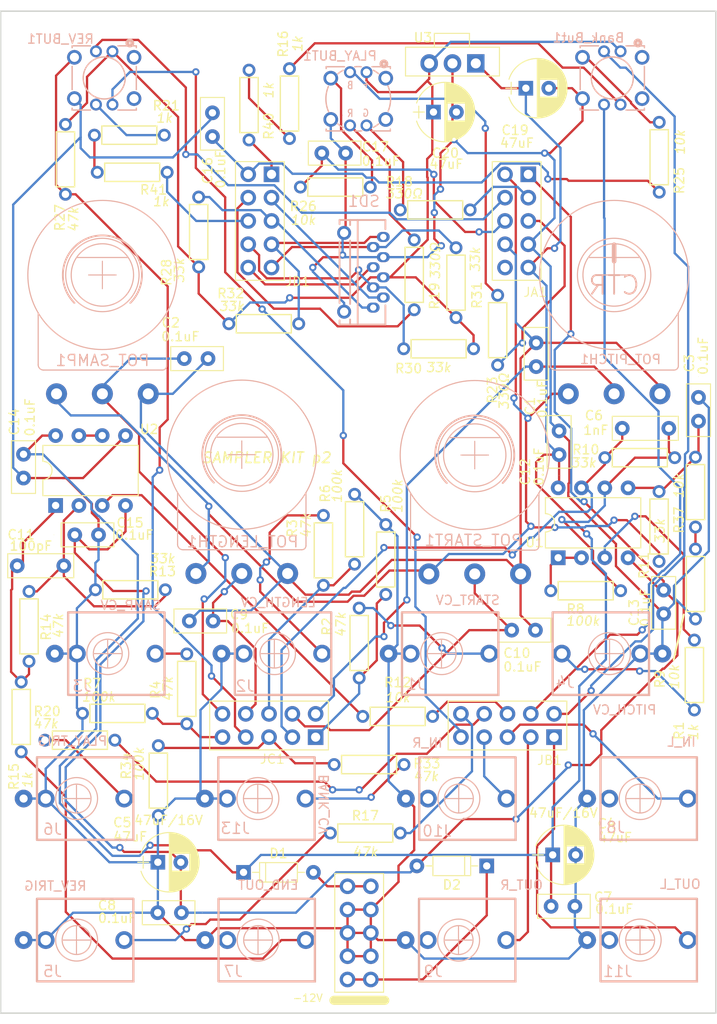
<source format=kicad_pcb>
(kicad_pcb (version 20221018) (generator pcbnew)
  (layers (0 "F.Cu" signal) (31 "B.Cu" signal) (34 "B.Paste" user) (35 "F.Paste" user) (36 "B.SilkS" user "B.Silkscreen") (37 "F.SilkS" user "F.Silkscreen") (38 "B.Mask" user) (39 "F.Mask" user) (44 "Edge.Cuts" user))
  (net 0 "")
  (net 1 "GND")
  (net 2 "+3V3")
  (net 3 "/A4")
  (net 4 "GNDADC")
  (net 5 "/A5")
  (net 6 "Net-(Bank_But1-B)")
  (net 7 "+12V")
  (net 8 "-12VA")
  (net 9 "/A2")
  (net 10 "/A7")
  (net 11 "/A6")
  (net 12 "Net-(R16-Pad1)")
  (net 13 "Net-(C11-Pad2)")
  (net 14 "/D6")
  (net 15 "/D8")
  (net 16 "/A9")
  (net 17 "Net-(R21-Pad1)")
  (net 19 "Net-(Bank_But1-POLE-A)")
  (net 21 "Net-(U1B-+)")
  (net 22 "Net-(U1B--)")
  (net 23 "/D15")
  (net 24 "/D13")
  (net 25 "/AUDIO_IN2")
  (net 26 "Net-(U2A--)")
  (net 27 "/AUDIO_OUT1")
  (net 28 "Net-(D1-A)")
  (net 29 "Net-(D2-K)")
  (net 30 "/AUDIO_OUT2")
  (net 31 "Net-(J1-SIG)")
  (net 32 "/AUDIO_IN1")
  (net 33 "VREF+")
  (net 34 "/D11")
  (net 35 "/D10")
  (net 36 "/D14")
  (net 37 "/D12")
  (net 38 "/Unused(5V)")
  (net 39 "/D0")
  (net 40 "/D1")
  (net 41 "/D3")
  (net 42 "/D2")
  (net 43 "/D5")
  (net 44 "/D19")
  (net 45 "/D18")
  (net 46 "/D7")
  (net 47 "/D17")
  (net 48 "/D16")
  (net 49 "/D9")
  (net 50 "/A0")
  (net 51 "/A1")
  (net 52 "/A3")
  (net 53 "/A8")
  (net 54 "Net-(J2-SIG)")
  (net 55 "Net-(J3-SIG)")
  (net 56 "Net-(J4-SIG)")
  (net 58 "Net-(J7-SIG)")
  (net 63 "Net-(J13-SIG)")
  (net 64 "Net-(PLAY_BUT1-B)")
  (net 65 "Net-(PLAY_BUT1-R)")
  (net 66 "Net-(PLAY_BUT1-G)")
  (net 68 "Net-(PLAY_BUT1-POLE-A)")
  (net 70 "Net-(U1A-+)")
  (net 71 "Net-(U1A--)")
  (net 72 "Net-(R37-Pad1)")
  (net 73 "Net-(U2A-+)")
  (net 74 "Net-(REV_BUT1-R)")
  (net 75 "/D4")
  (net 78 "Net-(U2B--)")
  (net 79 "Net-(J5-SIG)")
  (net 80 "Net-(J6-SIG)")
  (footprint "4ms_Resistor:R_Axial_DIN0207_L6.3mm_D2.5mm_P7.62mm_Horizontal" (layer "F.Cu") (at 51.77 102.02)
    (fp_text reference "R17")
    (fp_text value "47k_TH0.125")
  )
  (footprint "4ms_Capacitor:C_Disc_P2.54mm" (layer "F.Cu") (at 73.349 110)
    (fp_text reference "C7")
    (fp_text value "0.1uF_Disc_TH" hide)
  )
  (footprint "4ms_Capacitor:C_Disc_P2.54mm" (layer "F.Cu") (at 48.349 27.9)
    (fp_text reference "C17")
    (fp_text value "0.1uF_Disc_TH" hide)
  )
  (footprint "4ms_Resistor:R_Axial_DIN0207_L6.3mm_D2.5mm_P7.62mm_Horizontal" (layer "F.Cu") (at 48.5 31.6 180)
    (fp_text reference "R26")
    (fp_text value "10k_TH0.125")
  )
  (footprint "4ms_Resistor:R_Axial_DIN0207_L6.3mm_D2.5mm_P7.62mm_Horizontal" (layer "F.Cu") (at 51.1 81.3 -90)
    (fp_text reference "R2")
    (fp_text value "47k_TH0.125")
  )
  (footprint "4ms_Resistor:R_Axial_DIN0207_L6.3mm_D2.5mm_P7.62mm_Horizontal" (layer "F.Cu") (at 87.77 64.85 90)
    (fp_text reference "R37")
    (fp_text value "10k_TH0.125")
  )
  (footprint "4ms_Diode:D_DO-35_P7.62mm_Horizontal" (layer "F.Cu") (at 61.2 105.6 180)
    (fp_text reference "D2")
    (fp_text value "SB140-E3_TH")
  )
  (footprint "4ms_Resistor:R_Axial_DIN0207_L6.3mm_D2.5mm_P7.62mm_Horizontal" (layer "F.Cu") (at 52.18 94.55 180)
    (fp_text reference "R33")
    (fp_text value "47k_TH0.125")
  )
  (footprint "4ms_Connector:Socket_2x05_2.54mm_TH" (layer "F.Cu") (at 41.271978 90.2938 -90)
    (fp_text reference "JC1")
    (fp_text value "Socket_02x05_TH")
  )
  (footprint "4ms_Resistor:R_Axial_DIN0207_L6.3mm_D2.5mm_P7.62mm_Horizontal" (layer "F.Cu") (at 43.5 22.5 90)
    (fp_text reference "R16")
    (fp_text value "1k_TH0.125")
  )
  (footprint "4ms_Capacitor:C_Disc_P2.54mm" (layer "F.Cu") (at 70.4 49.851 90)
    (fp_text reference "C1")
    (fp_text value "0.1uF_Disc_TH" hide)
  )
  (footprint "4ms_Capacitor:CP_Radial_P2.5mm" (layer "F.Cu") (at 72.2 104.4)
    (fp_text reference "C4")
    (fp_text value "47uF_16V_TH" hide)
  )
  (footprint "4ms_Resistor:R_Axial_DIN0207_L6.3mm_D2.5mm_P7.62mm_Horizontal" (layer "F.Cu") (at 54 72.2 -90)
    (fp_text reference "R5")
    (fp_text value "100k_TH0.125")
  )
  (footprint "4ms_Resistor:R_Axial_DIN0207_L6.3mm_D2.5mm_P7.62mm_Horizontal" (layer "F.Cu") (at 15.1 79.49 -90)
    (fp_text reference "R14")
    (fp_text value "47k_TH0.125")
  )
  (footprint "4ms_Resistor:R_Axial_DIN0207_L6.3mm_D2.5mm_P7.62mm_Horizontal" (layer "F.Cu") (at 83.8168 28.3496 -90)
    (fp_text reference "R25")
    (fp_text value "10k_TH0.125")
  )
  (footprint "4ms_Capacitor:C_Disc_P2.54mm" (layer "F.Cu") (at 21.41 69.51)
    (fp_text reference "C15")
    (fp_text value "0.1uF_Disc_TH" hide)
  )
  (footprint "4ms_Capacitor:CP_Radial_P2.5mm" (layer "F.Cu") (at 69.275 20.825)
    (fp_text reference "C19")
    (fp_text value "47uF_16V_TH" hide)
  )
  (footprint "4ms_Capacitor:CP_Radial_P2.5mm" (layer "F.Cu") (at 59.2 23.425)
    (fp_text reference "C20")
    (fp_text value "47uF_16V_TH" hide)
  )
  (footprint "4ms_Diode:D_DO-35_P7.62mm_Horizontal" (layer "F.Cu") (at 42.3 106.3)
    (fp_text reference "D1")
    (fp_text value "SB140-E3_TH")
  )
  (footprint "4ms_Capacitor:C_Disc_P2.54mm" (layer "F.Cu") (at 84.3 76.849 -90)
    (fp_text reference "C13")
    (fp_text value "0.1uF_Disc_TH" hide)
  )
  (footprint "4ms_Resistor:R_Axial_DIN0207_L6.3mm_D2.5mm_P7.62mm_Horizontal" (layer "F.Cu") (at 66.2 47.2 -90)
    (fp_text reference "R23")
    (fp_text value "330Ω_TH0.125")
  )
  (footprint "4ms_Capacitor:C_Disc_P2.54mm" (layer "F.Cu") (at 33.851 78.9 180)
    (fp_text reference "C9")
    (fp_text value "0.1uF_Disc_TH" hide)
  )
  (footprint "4ms_Package_DIP:DIP-8pin_TH" (layer "F.Cu") (at 72.8 72.01 90)
    (fp_text reference "U1")
    (fp_text value "TL082_TH")
  )
  (footprint "4ms_Resistor:R_Axial_DIN0207_L6.3mm_D2.5mm_P7.62mm_Horizontal" (layer "F.Cu") (at 59.763 49.2284 180)
    (fp_text reference "R30")
    (fp_text value "33k_TH0.125")
  )
  (footprint "4ms_Resistor:R_Axial_DIN0207_L6.3mm_D2.5mm_P7.62mm_Horizontal" (layer "F.Cu") (at 26.04 25.94)
    (fp_text reference "R21")
    (fp_text value "1k_TH0.125")
  )
  (footprint "4ms_Resistor:R_Axial_DIN0207_L6.3mm_D2.5mm_P7.62mm_Horizontal" (layer "F.Cu") (at 20.65 91.89)
    (fp_text reference "R20")
    (fp_text value "47k_TH0.125")
  )
  (footprint "4ms_Connector:Pins_2x05_2.54mm_TH_Europower" (layer "F.Cu") (at 51.1 112.9)
    (fp_text reference "J14" hide)
    (fp_text value "Eurorack_Power_10pin_Unshrouded")
  )
  (footprint "4ms_Resistor:R_Axial_DIN0207_L6.3mm_D2.5mm_P7.62mm_Horizontal" (layer "F.Cu") (at 32.3 86.3 -90)
    (fp_text reference "R4")
    (fp_text value "47k_TH0.125")
  )
  (footprint "4ms_Resistor:R_Axial_DIN0207_L6.3mm_D2.5mm_P7.62mm_Horizontal" (layer "F.Cu") (at 33.6 36.5 90)
    (fp_text reference "R28")
    (fp_text value "33k_TH0.125")
  )
  (footprint "4ms_Resistor:R_Axial_DIN0207_L6.3mm_D2.5mm_P7.62mm_Horizontal" (layer "F.Cu") (at 39.09 22.66 90)
    (fp_text reference "R40")
    (fp_text value "1k_TH0.125")
  )
  (footprint "4ms_Resistor:R_Axial_DIN0207_L6.3mm_D2.5mm_P7.62mm_Horizontal" (layer "F.Cu") (at 87.65 84.79 90)
    (fp_text reference "R1")
    (fp_text value "1k_TH0.125")
  )
  (footprint "4ms_Resistor:R_Axial_DIN0207_L6.3mm_D2.5mm_P7.62mm_Horizontal" (layer "F.Cu") (at 26.35 29.99 180)
    (fp_text reference "R41")
    (fp_text value "1k_TH0.125")
  )
  (footprint "4ms_Resistor:R_Axial_DIN0207_L6.3mm_D2.5mm_P7.62mm_Horizontal" (layer "F.Cu") (at 55.3 89.3 180)
    (fp_text reference "R12")
    (fp_text value "10k_TH0.125")
  )
  (footprint "4ms_Capacitor:C_Disc_P2.54mm" (layer "F.Cu") (at 30.4 110.7 180)
    (fp_text reference "C8")
    (fp_text value "0.1uF_Disc_TH" hide)
  )
  (footprint "4ms_Resistor:R_Axial_DIN0207_L6.3mm_D2.5mm_P7.62mm_Horizontal" (layer "F.Cu") (at 19.0722 28.5782 -90)
    (fp_text reference "R27")
    (fp_text value "10k_TH0.125")
  )
  (footprint "4ms_Capacitor:C_Disc_P5.08mm" (layer "F.Cu") (at 82.3 57.9)
    (fp_text reference "C6")
    (fp_text value "1nF_Disc_TH" hide)
  )
  (footprint "4ms_Resistor:R_Axial_DIN0207_L6.3mm_D2.5mm_P7.62mm_Horizontal" (layer "F.Cu") (at 50.6 68.9 -90)
    (fp_text reference "R6")
    (fp_text value "100k_TH0.125")
  )
  (footprint "4ms_Resistor:R_Axial_DIN0207_L6.3mm_D2.5mm_P7.62mm_Horizontal" (layer "F.Cu") (at 87.77 74.87 90)
    (fp_text reference "R9")
    (fp_text value "10k_TH0.125")
  )
  (footprint "4ms_Resistor:R_Axial_DIN0207_L6.3mm_D2.5mm_P7.62mm_Horizontal" (layer "F.Cu") (at 40.7 46.5)
    (fp_text reference "R32")
    (fp_text value "33k_TH0.125")
  )
  (footprint "4ms_Capacitor:C_Disc_P2.54mm" (layer "F.Cu") (at 33.349 50.3)
    (fp_text reference "C2")
    (fp_text value "0.1uF_Disc_TH" hide)
  )
  (footprint "4ms_Resistor:R_Axial_DIN0207_L6.3mm_D2.5mm_P7.62mm_Horizontal" (layer "F.Cu") (at 26.15 75.5)
    (fp_text reference "R13")
    (fp_text value "33k_TH0.125")
  )
  (footprint "4ms_Resistor:R_Axial_DIN0207_L6.3mm_D2.5mm_P7.62mm_Horizontal" (layer "F.Cu") (at 57.1 41.17 90)
    (fp_text reference "R19")
    (fp_text value "330Ω_TH0.125")
  )
  (footprint "4ms_Capacitor:CP_Radial_P2.5mm" (layer "F.Cu") (at 29.15 105.2)
    (fp_text reference "C5")
    (fp_text value "47uF_16V_TH" hide)
  )
  (footprint "4ms_Capacitor:C_Disc_P2.54mm" (layer "F.Cu") (at 14.5 62.049 -90)
    (fp_text reference "C14")
    (fp_text value "0.1uF_Disc_TH" hide)
  )
  (footprint "4ms_Resistor:R_Axial_DIN0207_L6.3mm_D2.5mm_P7.62mm_Horizontal" (layer "F.Cu") (at 29.2 96.3 90)
    (fp_text reference "R34")
    (fp_text value "100k_TH0.125")
  )
  (footprint "4ms_Connector:Socket_2x05_2.54mm_TH" (layer "F.Cu") (at 68.272 35.293808)
    (fp_text reference "JA1")
    (fp_text value "Socket_02x05_TH")
  )
  (footprint "4ms_Resistor:R_Axial_DIN0207_L6.3mm_D2.5mm_P7.62mm_Horizontal" (layer "F.Cu") (at 61.66 42.02 90)
    (fp_text reference "R31")
    (fp_text value "33k_TH0.125")
  )
  (footprint "4ms_Package_DIP:DIP-8pin_TH" (layer "F.Cu") (at 18 66.31 90)
    (fp_text reference "U2")
    (fp_text value "TL082_TH")
  )
  (footprint "4ms_Resistor:R_Axial_DIN0207_L6.3mm_D2.5mm_P7.62mm_Horizontal" (layer "F.Cu") (at 24.74 88.97)
    (fp_text reference "R7")
    (fp_text value "100k_TH0.125")
  )
  (footprint "4ms_Package_TO:TO-220-3_PXO78xx-500" (layer "F.Cu") (at 63.815 14.5975 180)
    (fp_text reference "U3")
    (fp_text value "78M33_TH")
  )
  (footprint "4ms_Capacitor:C_Disc_P2.54mm" (layer "F.Cu") (at 72.9 59.451 90)
    (fp_text reference "C12")
    (fp_text value "0.1uF_Disc_TH" hide)
  )
  (footprint "4ms_Capacitor:C_Disc_P2.54mm" (layer "F.Cu") (at 35.1 24.7792 90)
    (fp_text reference "C16")
    (fp_text value "0.1uF_Disc_TH" hide)
  )
  (footprint "4ms_Resistor:R_Axial_DIN0207_L6.3mm_D2.5mm_P7.62mm_Horizontal" (layer "F.Cu") (at 83.8 68.6 -90)
    (fp_text reference "R11")
    (fp_text value "1k_TH0.125")
  )
  (footprint "4ms_Resistor:R_Axial_DIN0207_L6.3mm_D2.5mm_P7.62mm_Horizontal" (layer "F.Cu") (at 81.7 61.1)
    (fp_text reference "R10")
    (fp_text value "33k_TH0.125")
  )
  (footprint "4ms_Resistor:R_Axial_DIN0207_L6.3mm_D2.5mm_P7.62mm_Horizontal" (layer "F.Cu") (at 14.25 89.36 -90)
    (fp_text reference "R15")
    (fp_text value "1k_TH0.125")
  )
  (footprint "4ms_Capacitor:C_Disc_P5.08mm" (layer "F.Cu") (at 16.38 72.88 180)
    (fp_text reference "C11")
    (fp_text value "100pF_Disc_TH" hide)
  )
  (footprint "4ms_Resistor:R_Axial_DIN0207_L6.3mm_D2.5mm_P7.62mm_Horizontal" (layer "F.Cu") (at 59.39 34.09 180)
    (fp_text reference "R18")
    (fp_text value "330Ω_TH0.125")
  )
  (footprint "4ms_Connector:Socket_2x05_2.54mm_TH" (layer "F.Cu") (at 67.272002 90.2938 -90)
    (fp_text reference "JB1")
    (fp_text value "Socket_02x05_TH")
  )
  (footprint "4ms_Resistor:R_Axial_DIN0207_L6.3mm_D2.5mm_P7.62mm_Horizontal" (layer "F.Cu") (at 75.8 75.6)
    (fp_text reference "R8")
    (fp_text value "100k_TH0.125")
  )
  (footprint "4ms_Capacitor:C_Disc_P2.54mm" (layer "F.Cu") (at 88.1 55.849 -90)
    (fp_text reference "C3")
    (fp_text value "0.1uF_Disc_TH" hide)
  )
  (footprint "4ms_Connector:Socket_2x05_2.54mm_TH" (layer "F.Cu") (at 40.27198 35.293808)
    (fp_text reference "JD1")
    (fp_text value "Socket_02x05_TH")
  )
  (footprint "4ms_Resistor:R_Axial_DIN0207_L6.3mm_D2.5mm_P7.62mm_Horizontal" (layer "F.Cu") (at 47.2 71.2 -90)
    (fp_text reference "R3")
    (fp_text value "47k_TH0.125")
  )
  (footprint "4ms_Capacitor:C_Disc_P2.54mm" (layer "F.Cu") (at 69.049 79.9)
    (fp_text reference "C10")
    (fp_text value "0.1uF_Disc_TH" hide)
  )
  (footprint "4ms_Jack:EighthInch_PJ398SM" (layer "B.Cu") (at 61.957 98.257236 180)
    (fp_text reference "J10")
    (fp_text value "AUDIO_INR")
  )
  (footprint "4ms_Switch:Button_RgbLED_SPST_TC002" (layer "B.Cu") (at 78.7 19.707236 180)
    (fp_text reference "Bank_But1")
    (fp_text value "Button_SPST_RGB_5.4mmCap")
  )
  (footprint "4ms_Connector_Card:CardSlot_MicroSD_YamaichiPJS008U-3000" (layer "B.Cu") (at 51.01 41.29 90)
    (fp_text reference "SD1")
    (fp_text value "microSDCon_Vert_TH_PJS008U-3000")
  )
  (footprint "4ms_Potentiometer:Pot_16mm_NoDet_RV16AF-4A" (layer "B.Cu") (at 38.3 60.77 180)
    (fp_text reference "POT_LENGTH1")
    (fp_text value "16mm_NoDet_10k")
  )
  (footprint "4ms_Jack:EighthInch_PJ398SM" (layer "B.Cu") (at 41.85 82.457236 180)
    (fp_text reference "J2")
    (fp_text value "LENGTH_CV")
  )
  (footprint "4ms_Potentiometer:Pot_16mm_CtrDet_RV16AF-4A" (layer "B.Cu") (at 78.9 41.182236 180)
    (fp_text reference "POT_PITCH1")
    (fp_text value "16mm_CtrDet_10k")
  )
  (footprint "4ms_Jack:EighthInch_PJ398SM" (layer "B.Cu") (at 40.07 113.682236 180)
    (fp_text reference "J7")
    (fp_text value "END_OUT")
  )
  (footprint "4ms_Jack:EighthInch_PJ398SM" (layer "B.Cu") (at 20.275 98.257236 180)
    (fp_text reference "J6")
    (fp_text value "PLAY_TRIG")
  )
  (footprint "4ms_Jack:EighthInch_PJ398SM" (layer "B.Cu") (at 78.4 82.457236)
    (fp_text reference "J4")
    (fp_text value "PITCH CV")
  )
  (footprint "4ms_Switch:Button_RgbLED_SPST_TC002" (layer "B.Cu") (at 23.3 19.707236 180)
    (fp_text reference "REV_BUT1")
    (fp_text value "Button_SPST_RGB_5.4mmCap")
  )
  (footprint "4ms_Jack:EighthInch_PJ398SM" (layer "B.Cu") (at 20.275 113.682236 180)
    (fp_text reference "J5")
    (fp_text value "REV_TRIG")
  )
  (footprint "4ms_Jack:EighthInch_PJ398SM" (layer "B.Cu") (at 61.93 113.682236 180)
    (fp_text reference "J9")
    (fp_text value "AUIDO_OUTR")
  )
  (footprint "4ms_Jack:EighthInch_PJ398SM" (layer "B.Cu") (at 81.725 98.257236 180)
    (fp_text reference "J8")
    (fp_text value "AUDIO_INL")
  )
  (footprint "4ms_Jack:EighthInch_PJ398SM" (layer "B.Cu") (at 60.075 82.457236 180)
    (fp_text reference "J1")
    (fp_text value "START_CV")
  )
  (footprint "4ms_Jack:EighthInch_PJ398SM" (layer "B.Cu") (at 81.725 113.682236 180)
    (fp_text reference "J11")
    (fp_text value "AUDIO_OUTL")
  )
  (footprint "4ms_Jack:EighthInch_PJ398SM" (layer "B.Cu") (at 40.043 98.257236 180)
    (fp_text reference "J13")
    (fp_text value "BANK_CV")
  )
  (footprint "4ms_Potentiometer:Pot_16mm_NoDet_RV16AF-4A" (layer "B.Cu") (at 63.7 60.814319 180)
    (fp_text reference "POT_START1")
    (fp_text value "16mm_NoDet_10k")
  )
  (footprint "4ms_Switch:Button_RgbLED_SPST_PB615303HL-7mm" (layer "B.Cu") (at 51 21.982236 180)
    (fp_text reference "PLAY_BUT1")
    (fp_text value "Button_SPST_RGB_7mmCap")
  )
  (footprint "4ms_Potentiometer:Pot_16mm_NoDet_RV16AF-4A" (layer "B.Cu") (at 23.1 41.182236 180)
    (fp_text reference "POT_SAMP1")
    (fp_text value "16mm_NoDet_10k")
  )
  (footprint "4ms_Jack:EighthInch_PJ398SM" (layer "B.Cu") (at 23.675 82.457236 180)
    (fp_text reference "J3")
    (fp_text value "SAMP_CV")
  )
  (gr_line (start 86.5 78.2) (end 85.39 83.155) (stroke (width 0.2)) (layer "F.SilkS"))
  (gr_line (start 89.989 121.6438) (end 89.989 12.4238) (stroke (width 0.15)) (layer "Edge.Cuts"))
  (gr_line (start 12.011 121.6438) (end 89.989 121.6438) (stroke (width 0.15)) (layer "Edge.Cuts"))
  (gr_line (start 12.011 12.4238) (end 89.989 12.4238) (stroke (width 0.15)) (layer "Edge.Cuts"))
  (gr_line (start 12.011 121.6438) (end 12.011 12.4238) (stroke (width 0.15)) (layer "Edge.Cuts"))
  (gr_text "REV_TRIG" (at 14.5 107.2) (layer "B.SilkS") (effects (font (size 1 1)) (justify right top mirror)))
  (gr_text "IN_L" (at 84.6 91.5) (layer "B.SilkS") (effects (font (size 1 1)) (justify right top mirror)))
  (gr_text "END_OUT" (at 37.8 107.1) (layer "B.SilkS") (effects (font (size 1 1)) (justify right top mirror)))
  (gr_text "BANK_CV" (at 46.69 102.24 90) (layer "B.SilkS") (effects (font (size 1 1)) (justify right top mirror)))
  (gr_text "OUT_L" (at 83.8 107) (layer "B.SilkS") (effects (font (size 1 1)) (justify right top mirror)))
  (gr_text "START_CV" (at 59.37 76.05) (layer "B.SilkS") (effects (font (size 1 1)) (justify right top mirror)))
  (gr_text "OUT_R" (at 66.4 107.1) (layer "B.SilkS") (effects (font (size 1 1)) (justify right top mirror)))
  (gr_text "LENGTH_CV" (at 38.1 76.3) (layer "B.SilkS") (effects (font (size 1 1)) (justify right top mirror)))
  (gr_text "IN_R" (at 56.8 91.6) (layer "B.SilkS") (effects (font (size 1 1)) (justify right top mirror)))
  (gr_text "SAMP_CV" (at 22.8 76.6) (layer "B.SilkS") (effects (font (size 1 1)) (justify right top mirror)))
  (gr_text "PLAY_TRIG" (at 16 91.4) (layer "B.SilkS") (effects (font (size 1 1)) (justify right top mirror)))
  (gr_text "PITCH_CV" (at 76.5 88) (layer "B.SilkS") (effects (font (size 1 1)) (justify right top mirror)))
  (gr_text "SAMPLER KIT p2" (at 41 61.1) (layer "F.SilkS") (effects (font (size 1.143 1.143) (thickness 0.1778) italic)))
  (segment (start 25.62 58.69) (end 20.991 63.319) (width 0.25) (layer "F.Cu") (net 1))
  (segment (start 53.152236 113.682236) (end 52.37 112.9) (width 0.25) (layer "F.Cu") (net 1))
  (segment (start 49.83 115.44) (end 52.37 115.44) (width 0.25) (layer "F.Cu") (net 1))
  (segment (start 29.13 110.7) (end 32.112236 113.682236) (width 0.25) (layer "F.Cu") (net 1))
  (segment (start 71.775 20.825) (end 74.317764 20.825) (width 0.25) (layer "F.Cu") (net 1))
  (segment (start 49.83 110.36) (end 49.83 112.9) (width 0.25) (layer "F.Cu") (net 1))
  (segment (start 21.955 67.125) (end 22.68 67.85) (width 0.25) (layer "F.Cu") (net 1))
  (segment (start 73.925 64.855991) (end 73.9 64.880991) (width 0.25) (layer "F.Cu") (net 1))
  (segment (start 49.83 112.9) (end 52.37 112.9) (width 0.25) (layer "F.Cu") (net 1))
  (segment (start 57.1 103.88) (end 55.39 105.59) (width 0.25) (layer "F.Cu") (net 1))
  (segment (start 79.1 70.5) (end 79.1 72.919) (width 0.25) (layer "F.Cu") (net 1))
  (segment (start 75.45 21.957236) (end 75.45 24.37) (width 0.25) (layer "F.Cu") (net 1))
  (segment (start 14.5 63.319) (end 18.76 63.319) (width 0.25) (layer "F.Cu") (net 1))
  (segment (start 56.1642 113.682236) (end 53.152236 113.682236) (width 0.25) (layer "F.Cu") (net 1))
  (segment (start 35.5944 112.392036) (end 49.322036 112.392036) (width 0.25) (layer "F.Cu") (net 1))
  (segment (start 46.042701 40.367299) (end 47.161787 39.248213) (width 0.25) (layer "F.Cu") (net 1))
  (segment (start 49.051787 39.248213) (end 49.29 39.01) (width 0.25) (layer "F.Cu") (net 1))
  (segment (start 19.139991 63.319) (end 21.955 66.134009) (width 0.25) (layer "F.Cu") (net 1))
  (segment (start 60.057299 38.002701) (end 59.2945 37.239902) (width 0.25) (layer "F.Cu") (net 1))
  (segment (start 59.9645 27.9105) (end 61.45 26.425) (width 0.25) (layer "F.Cu") (net 1))
  (segment (start 71.325 27.9) (end 71.92 27.9) (width 0.25) (layer "F.Cu") (net 1))
  (segment (start 32.112236 113.682236) (end 34.3042 113.682236) (width 0.25) (layer "F.Cu") (net 1))
  (segment (start 59.9645 31.8245) (end 59.9645 27.9105) (width 0.25) (layer "F.Cu") (net 1))
  (segment (start 49.619 27.9) (end 49.619 36.43848) (width 0.25) (layer "F.Cu") (net 1))
  (segment (start 52.37 115.44) (end 52.37 112.9) (width 0.25) (layer "F.Cu") (net 1))
  (segment (start 79.1 72.919) (end 84.3 78.119) (width 0.25) (layer "F.Cu") (net 1))
  (segment (start 18.76 63.319) (end 19.139991 63.319) (width 0.25) (layer "F.Cu") (net 1))
  (segment (start 74.317764 20.825) (end 75.45 21.957236) (width 0.25) (layer "F.Cu") (net 1))
  (segment (start 47.161787 39.248213) (end 49.051787 39.248213) (width 0.25) (layer "F.Cu") (net 1))
  (segment (start 61.45 26.425) (end 61.275 26.25) (width 0.25) (layer "F.Cu") (net 1))
  (segment (start 20.991 63.319) (end 18.76 63.319) (width 0.25) (layer "F.Cu") (net 1))
  (segment (start 55.39 105.59) (end 55.39 107.34) (width 0.25) (layer "F.Cu") (net 1))
  (segment (start 57.1 99.166036) (end 57.1 103.88) (width 0.25) (layer "F.Cu") (net 1))
  (segment (start 21.955 66.134009) (end 21.955 67.125) (width 0.25) (layer "F.Cu") (net 1))
  (segment (start 72.9 58.181) (end 74.025 59.306) (width 0.25) (layer "F.Cu") (net 1))
  (segment (start 52.37 110.36) (end 49.83 110.36) (width 0.25) (layer "F.Cu") (net 1))
  (segment (start 34.3042 113.682236) (end 35.5944 112.392036) (width 0.25) (layer "F.Cu") (net 1))
  (segment (start 59.2945 37.239902) (end 59.2945 34.389) (width 0.25) (layer "F.Cu") (net 1))
  (segment (start 61.275 26.25) (end 61.275 18.1175) (width 0.25) (layer "F.Cu") (net 1))
  (segment (start 74.025 59.306) (end 74.025 63.824009) (width 0.25) (layer "F.Cu") (net 1))
  (segment (start 22.68 69.51) (end 22.68 67.85) (width 0.25) (layer "F.Cu") (net 1))
  (segment (start 74.025 63.824009) (end 73.925 63.924009) (width 0.25) (layer "F.Cu") (net 1))
  (segment (start 73.9 64.880991) (end 73.9 65.3) (width 0.25) (layer "F.Cu") (net 1))
  (segment (start 49.83 112.9) (end 49.83 115.44) (width 0.25) (layer "F.Cu") (net 1))
  (segment (start 56.1912 98.257236) (end 57.1 99.166036) (width 0.25) (layer "F.Cu") (net 1))
  (segment (start 71.92 27.9) (end 75.45 24.37) (width 0.25) (layer "F.Cu") (net 1))
  (segment (start 73.9 65.3) (end 79.1 70.5) (width 0.25) (layer "F.Cu") (net 1))
  (segment (start 55.39 107.34) (end 52.37 110.36) (width 0.25) (layer "F.Cu") (net 1))
  (segment (start 73.925 63.924009) (end 73.925 64.855991) (width 0.25) (layer "F.Cu") (net 1))
  (segment (start 52.37 112.9) (end 52.37 110.36) (width 0.25) (layer "F.Cu") (net 1))
  (via (at 71.325 27.9) (size 0.8) (drill 0.4) (layers "F.Cu" "B.Cu") (net 1))
  (via (at 61.45 26.425) (size 0.8) (drill 0.4) (layers "F.Cu" "B.Cu") (net 1))
  (via (at 49.29 39.01) (size 0.8) (drill 0.4) (layers "F.Cu" "B.Cu") (net 1))
  (via (at 59.2945 34.389) (size 0.8) (drill 0.4) (layers "F.Cu" "B.Cu") (net 1))
  (via (at 59.9645 31.8245) (size 0.8) (drill 0.4) (layers "F.Cu" "B.Cu") (net 1))
  (via (at 46.042701 40.367299) (size 0.8) (drill 0.4) (layers "F.Cu" "B.Cu") (net 1))
  (via (at 60.057299 38.002701) (size 0.8) (drill 0.4) (layers "F.Cu" "B.Cu") (net 1))
  (segment (start 59.2945 34.389) (end 59.2945 32.4945) (width 0.25) (layer "B.Cu") (net 1))
  (segment (start 30.7866 28.37) (end 35.1 24.0566) (width 0.25) (layer "B.Cu") (net 1))
  (segment (start 22.68 72.23) (end 22.34 72.57) (width 0.25) (layer "B.Cu") (net 1))
  (segment (start 49.520143 39.240143) (end 49.29 39.01) (width 0.25) (layer "B.Cu") (net 1))
  (segment (start 46.042701 40.819127) (end 49.46008 44.236506) (width 0.25) (layer "B.Cu") (net 1))
  (segment (start 81.7528 82.457236) (end 84.1658 82.457236) (width 0.25) (layer "B.Cu") (net 1))
  (segment (start 20.93 88.97) (end 20.93 90.99) (width 0.25) (layer "B.Cu") (net 1))
  (segment (start 20.73 26.1608) (end 20.73 22.637236) (width 0.25) (layer "B.Cu") (net 1))
  (segment (start 74.619 112.342036) (end 75.9592 113.682236) (width 0.25) (layer "B.Cu") (net 1))
  (segment (start 58.181964 115.7) (end 73.941436 115.7) (width 0.25) (layer "B.Cu") (net 1))
  (segment (start 75.6 88.610036) (end 81.7528 82.457236) (width 0.25) (layer "B.Cu") (net 1))
  (segment (start 73.941436 115.7) (end 75.9592 113.682236) (width 0.25) (layer "B.Cu") (net 1))
  (segment (start 74.7 99.516436) (end 75.9592 98.257236) (width 0.25) (layer "B.Cu") (net 1))
  (segment (start 23.864964 105.2) (end 16.9222 98.257236) (width 0.25) (layer "B.Cu") (net 1))
  (segment (start 85.425 75.085) (end 89.225 71.285) (width 0.25) (layer "B.Cu") (net 1))
  (segment (start 72.9 58.181) (end 71.975 57.256) (width 0.25) (layer "B.Cu") (net 1))
  (segment (start 36.0842 82.457236) (end 36.0842 86.3158) (width 0.25) (layer "B.Cu") (net 1))
  (segment (start 71.975 57.256) (end 71.975 40.266808) (width 0.25) (layer "B.Cu") (net 1))
  (segment (start 85.425 76.31) (end 85.425 76.335) (width 0.25) (layer "B.Cu") (net 1))
  (segment (start 89.225 55.6532) (end 88.1 54.5282) (width 0.25) (layer "B.Cu") (net 1))
  (segment (start 89.225 71.285) (end 89.225 55.6532) (width 0.25) (layer "B.Cu") (net 1))
  (segment (start 49.29 39.01) (end 49.29 36.76748) (width 0.25) (layer "B.Cu") (net 1))
  (segment (start 54 68.39) (end 50.7 65.09) (width 0.25) (layer "B.Cu") (net 1))
  (segment (start 72.4 34.975808) (end 69.542 37.833808) (width 0.25) (layer "B.Cu") (net 1))
  (segment (start 16.9222 113.682236) (end 19.904436 110.7) (width 0.25) (layer "B.Cu") (net 1))
  (segment (start 29.15 105.2) (end 29.15 110.68) (width 0.25) (layer "B.Cu") (net 1))
  (segment (start 74.619 110) (end 74.619 112.342036) (width 0.25) (layer "B.Cu") (net 1))
  (segment (start 85.425 76.31) (end 85.425 75.085) (width 0.25) (layer "B.Cu") (net 1))
  (segment (start 74.7 104.4) (end 74.7 109.919) (width 0.25) (layer "B.Cu") (net 1))
  (segment (start 29.15 105.2) (end 23.864964 105.2) (width 0.25) (layer "B.Cu") (net 1))
  (segment (start 75.6 97.898036) (end 75.6 88.610036) (width 0.25) (layer "B.Cu") (net 1))
  (segment (start 20.73 26.1608) (end 20.6504 26.2404) (width 0.25) (layer "B.Cu") (net 1))
  (segment (start 53.72982 39.240143) (end 49.520143 39.240143) (width 0.25) (layer "B.Cu") (net 1))
  (segment (start 36.0842 86.3158) (end 33.799407 88.600593) (width 0.25) (layer "B.Cu") (net 1))
  (segment (start 56.1912 98.257236) (end 54.3092 96.375236) (width 0.25) (layer "B.Cu") (net 1))
  (segment (start 29.2 100.11) (end 31.052764 98.257236) (width 0.25) (layer "B.Cu") (net 1))
  (segment (start 20.3222 88.3622) (end 20.93 88.97) (width 0.25) (layer "B.Cu") (net 1))
  (segment (start 21.74 28.37) (end 30.7866 28.37) (width 0.25) (layer "B.Cu") (net 1))
  (segment (start 49.46008 44.236506) (end 49.46008 45.1826) (width 0.25) (layer "B.Cu") (net 1))
  (segment (start 72.4 28.674695) (end 72.4 34.975808) (width 0.25) (layer "B.Cu") (net 1))
  (segment (start 62.925 27.9) (end 61.45 26.425) (width 0.25) (layer "B.Cu") (net 1))
  (segment (start 60.057299 38.002701) (end 59.787299 38.002701) (width 0.25) (layer "B.Cu") (net 1))
  (segment (start 74.7 104.4) (end 74.7 99.516436) (width 0.25) (layer "B.Cu") (net 1))
  (segment (start 13.375 62.194) (end 13.375 33.5158) (width 0.25) (layer "B.Cu") (net 1))
  (segment (start 59.2945 32.4945) (end 59.9645 31.8245) (width 0.25) (layer "B.Cu") (net 1))
  (segment (start 46.042701 40.367299) (end 46.042701 40.819127) (width 0.25) (layer "B.Cu") (net 1))
  (segment (start 71.325 27.9) (end 62.925 27.9) (width 0.25) (layer "B.Cu") (net 1))
  (segment (start 84.1658 82.457236) (end 84.1658 78.2532) (width 0.25) (layer "B.Cu") (net 1))
  (segment (start 14.5092 113.682236) (end 16.9222 113.682236) (width 0.25) (layer "B.Cu") (net 1))
  (segment (start 22.34 72.57) (end 22.34 75.5) (width 0.25) (layer "B.Cu") (net 1))
  (segment (start 55.274399 81.492037) (end 55.274399 69.664399) (width 0.25) (layer "B.Cu") (net 1))
  (segment (start 20.3222 82.457236) (end 20.3222 88.3622) (width 0.25) (layer "B.Cu") (net 1))
  (segment (start 20.73 22.637236) (end 20.05 21.957236) (width 0.25) (layer "B.Cu") (net 1))
  (segment (start 71.325 27.9) (end 71.625305 27.9) (width 0.25) (layer "B.Cu") (net 1))
  (segment (start 20.73 26.1608) (end 20.73 27.36) (width 0.25) (layer "B.Cu") (net 1))
  (segment (start 16.9222 94.9978) (end 20.93 90.99) (width 0.25) (layer "B.Cu") (net 1))
  (segment (start 54.3092 96.375236) (end 54.3092 82.457236) (width 0.25) (layer "B.Cu") (net 1))
  (segment (start 20.3222 77.5178) (end 22.34 75.5) (width 0.25) (layer "B.Cu") (net 1))
  (segment (start 14.5 63.319) (end 13.375 62.194) (width 0.25) (layer "B.Cu") (net 1))
  (segment (start 71.975 40.266808) (end 69.542 37.833808) (width 0.25) (layer "B.Cu") (net 1))
  (segment (start 56.1642 113.682236) (end 58.181964 115.7) (width 0.25) (layer "B.Cu") (net 1))
  (segment (start 71.625305 27.9) (end 72.4 28.674695) (width 0.25) (layer "B.Cu") (net 1))
  (segment (start 59.787299 38.002701) (end 58.549857 39.240143) (width 0.25) (layer "B.Cu") (net 1))
  (segment (start 20.73 27.36) (end 21.74 28.37) (width 0.25) (layer "B.Cu") (net 1))
  (segment (start 54.3092 82.457236) (end 55.274399 81.492037) (width 0.25) (layer "B.Cu") (net 1))
  (segment (start 19.904436 110.7) (end 29.13 110.7) (width 0.25) (layer "B.Cu") (net 1))
  (segment (start 22.68 69.51) (end 22.68 72.23) (width 0.25) (layer "B.Cu") (net 1))
  (segment (start 58.549857 39.240143) (end 53.72982 39.240143) (width 0.25) (layer "B.Cu") (net 1))
  (segment (start 29.15 105.2) (end 29.15 100.16) (width 0.25) (layer "B.Cu") (net 1))
  (segment (start 85.425 76.335) (end 87.77 78.68) (width 0.25) (layer "B.Cu") (net 1))
  (segment (start 48.004 24.232236) (end 48.004 26.285) (width 0.25) (layer "B.Cu") (net 1))
  (segment (start 31.052764 98.257236) (end 36.6902 98.257236) (width 0.25) (layer "B.Cu") (net 1))
  (segment (start 48.004 26.285) (end 49.619 27.9) (width 0.25) (layer "B.Cu") (net 1))
  (segment (start 13.375 33.5158) (end 20.6504 26.2404) (width 0.25) (layer "B.Cu") (net 1))
  (segment (start 55.274399 69.664399) (end 54 68.39) (width 0.25) (layer "B.Cu") (net 1))
  (segment (start 85.425 76.994) (end 85.425 76.31) (width 0.25) (layer "B.Cu") (net 1))
  (segment (start 33.799407 88.600593) (end 33.799407 97.779443) (width 0.25) (layer "B.Cu") (net 1))
  (segment (start 16.9222 98.257236) (end 14.5092 98.257236) (width 0.25) (layer "B.Cu") (net 1))
  (segment (start 54.3092 82.457236) (end 56.7222 82.457236) (width 0.25) (layer "B.Cu") (net 1))
  (segment (start 16.9222 98.257236) (end 16.9222 94.9978) (width 0.25) (layer "B.Cu") (net 1))
  (segment (start 20.3222 77.5178) (end 20.3222 82.457236) (width 0.25) (layer "B.Cu") (net 1))
  (segment (start 38.4972 82.457236) (end 36.0842 82.457236) (width 0.25) (layer "B.Cu") (net 1))
  (segment (start 17.9092 82.457236) (end 20.3222 82.457236) (width 0.25) (layer "B.Cu") (net 1))
  (segment (start 84.3 78.119) (end 85.425 76.994) (width 0.25) (layer "B.Cu") (net 1))
  (segment (start 33.6 43.21) (end 36.89 46.5) (width 0.25) (layer "F.Cu") (net 2))
  (segment (start 58.515 28.535) (end 58.515 30.520305) (width 0.25) (layer "F.Cu") (net 2))
  (segment (start 58.52 20.02) (end 59.075 20.575) (width 0.25) (layer "F.Cu") (net 2))
  (segment (start 63.573 49.2284) (end 63.573 47.743) (width 0.25) (layer "F.Cu") (net 2))
  (segment (start 59.075 20.575) (end 59.075 27.975) (width 0.25) (layer "F.Cu") (net 2))
  (segment (start 31.36 23.967236) (end 31.36 38.07) (width 0.25) (layer "F.Cu") (net 2))
  (segment (start 58.52 20.02) (end 58.735 19.805) (width 0.25) (layer "F.Cu") (net 2))
  (segment (start 57.270037 41.440037) (end 53.72982 41.440037) (width 0.25) (layer "F.Cu") (net 2))
  (segment (start 50.115536 43.67) (end 52.345499 41.440037) (width 0.25) (layer "F.Cu") (net 2))
  (segment (start 61.66 45.83) (end 57.270037 41.440037) (width 0.25) (layer "F.Cu") (net 2))
  (segment (start 54.467411 41.440037) (end 53.72982 41.440037) (width 0.25) (layer "F.Cu") (net 2))
  (segment (start 53.148526 21.25) (end 51.9 20.001474) (width 0.25) (layer "F.Cu") (net 2))
  (segment (start 63.573 47.743) (end 61.66 45.83) (width 0.25) (layer "F.Cu") (net 2))
  (segment (start 52.345499 41.440037) (end 53.72982 41.440037) (width 0.25) (layer "F.Cu") (net 2))
  (segment (start 58.57 30.575305) (end 58.57 37.337448) (width 0.25) (layer "F.Cu") (net 2))
  (segment (start 21.425 22.4154) (end 19.0722 24.7682) (width 0.25) (layer "F.Cu") (net 2))
  (segment (start 24.2 16.807236) (end 21.425 19.582236) (width 0.25) (layer "F.Cu") (net 2))
  (segment (start 58.52 20.02) (end 57.29 21.25) (width 0.25) (layer "F.Cu") (net 2))
  (segment (start 58.515 30.520305) (end 58.57 30.575305) (width 0.25) (layer "F.Cu") (net 2))
  (segment (start 57.29 21.25) (end 53.148526 21.25) (width 0.25) (layer "F.Cu") (net 2))
  (segment (start 31.36 38.07) (end 33.6 40.31) (width 0.25) (layer "F.Cu") (net 2))
  (segment (start 21.425 19.582236) (end 21.425 22.4154) (width 0.25) (layer "F.Cu") (net 2))
  (segment (start 58.735 19.805) (end 58.735 18.1175) (width 0.25) (layer "F.Cu") (net 2))
  (segment (start 24.2 16.807236) (end 31.36 23.967236) (width 0.25) (layer "F.Cu") (net 2))
  (segment (start 59.075 27.975) (end 58.515 28.535) (width 0.25) (layer "F.Cu") (net 2))
  (segment (start 51.9 20.001474) (end 51.9 19.082236) (width 0.25) (layer "F.Cu") (net 2))
  (segment (start 54.467411 41.440037) (end 58.57 37.337448) (width 0.25) (layer "F.Cu") (net 2))
  (segment (start 33.6 40.31) (end 33.6 43.21) (width 0.25) (layer "F.Cu") (net 2))
  (segment (start 43.53 43.67) (end 50.115536 43.67) (width 0.25) (layer "F.Cu") (net 2))
  (via (at 43.53 43.67) (size 0.8) (drill 0.4) (layers "F.Cu" "B.Cu") (net 2))
  (segment (start 78.562764 15.77) (end 61.0825 15.77) (width 0.25) (layer "B.Cu") (net 2))
  (segment (start 36.89 46.5) (end 39.205 44.185) (width 0.25) (layer "B.Cu") (net 2))
  (segment (start 61.0825 15.77) (end 58.735 18.1175) (width 0.25) (layer "B.Cu") (net 2))
  (segment (start 79.6 16.807236) (end 78.562764 15.77) (width 0.25) (layer "B.Cu") (net 2))
  (segment (start 39.205 44.185) (end 43.015 44.185) (width 0.25) (layer "B.Cu") (net 2))
  (segment (start 43.015 44.185) (end 43.53 43.67) (width 0.25) (layer "B.Cu") (net 2))
  (segment (start 41.271978 91.5638) (end 44.118178 94.41) (width 0.25) (layer "F.Cu") (net 3))
  (segment (start 40.096978 92.7388) (end 29.4488 92.7388) (width 0.25) (layer "F.Cu") (net 3))
  (segment (start 41.271978 91.5638) (end 40.096978 92.7388) (width 0.25) (layer "F.Cu") (net 3))
  (segment (start 44.118178 94.41) (end 48.23 94.41) (width 0.25) (layer "F.Cu") (net 3))
  (segment (start 49.9665 76.0335) (end 50.3 75.7) (width 0.25) (layer "F.Cu") (net 4))
  (segment (start 54.653681 72.246319) (end 67.178 72.246319) (width 0.25) (layer "F.Cu") (net 4))
  (segment (start 51.2 75.7) (end 54.653681 72.246319) (width 0.25) (layer "F.Cu") (net 4))
  (segment (start 79.144764 48.581) (end 84.7 54.136236) (width 0.25) (layer "F.Cu") (net 4))
  (segment (start 68.7 50.281) (end 70.4 48.581) (width 0.25) (layer "F.Cu") (net 4))
  (segment (start 50.3 75.7) (end 51.2 75.7) (width 0.25) (layer "F.Cu") (net 4))
  (segment (start 43.3 74.1) (end 45.2335 76.0335) (width 0.25) (layer "F.Cu") (net 4))
  (segment (start 68.7 78.281) (end 70.319 79.9) (width 0.25) (layer "F.Cu") (net 4))
  (segment (start 68.7 73.768319) (end 68.7 50.281) (width 0.25) (layer "F.Cu") (net 4))
  (segment (start 70.4 48.581) (end 79.144764 48.581) (width 0.25) (layer "F.Cu") (net 4))
  (segment (start 68.7 73.768319) (end 68.7 78.281) (width 0.25) (layer "F.Cu") (net 4))
  (segment (start 67.178 72.246319) (end 68.7 73.768319) (width 0.25) (layer "F.Cu") (net 4))
  (segment (start 45.2335 76.0335) (end 49.9665 76.0335) (width 0.25) (layer "F.Cu") (net 4))
  (segment (start 43.3 73.768319) (end 39.293319 77.775) (width 0.25) (layer "B.Cu") (net 4))
  (segment (start 27.3 57.768319) (end 43.3 73.768319) (width 0.25) (layer "B.Cu") (net 4))
  (segment (start 70.4 48.581) (end 68.177 46.358) (width 0.25) (layer "B.Cu") (net 4))
  (segment (start 33.706 77.775) (end 32.581 78.9) (width 0.25) (layer "B.Cu") (net 4))
  (segment (start 39.293319 77.775) (end 33.706 77.775) (width 0.25) (layer "B.Cu") (net 4))
  (segment (start 34.619 50.3) (end 30.782764 54.136236) (width 0.25) (layer "B.Cu") (net 4))
  (segment (start 27.3 54.136236) (end 27.3 57.768319) (width 0.25) (layer "B.Cu") (net 4))
  (segment (start 30.782764 54.136236) (end 27.3 54.136236) (width 0.25) (layer "B.Cu") (net 4))
  (segment (start 68.177 46.358) (end 68.177 39.008808) (width 0.25) (layer "B.Cu") (net 4))
  (segment (start 68.177 39.008808) (end 67.002 37.833808) (width 0.25) (layer "B.Cu") (net 4))
  (segment (start 48.3 75.01) (end 50.6 72.71) (width 0.25) (layer "F.Cu") (net 5))
  (segment (start 47.2 75.01) (end 48.3 75.01) (width 0.25) (layer "F.Cu") (net 5))
  (segment (start 41.271978 89.0238) (end 41.271978 80.938022) (width 0.25) (layer "B.Cu") (net 5))
  (segment (start 41.271978 80.938022) (end 47.2 75.01) (width 0.25) (layer "B.Cu") (net 5))
  (segment (start 70.63 15.93) (end 46.26 15.93) (width 0.25) (layer "F.Cu") (net 6))
  (segment (start 79.6 22.607236) (end 75.575 18.582236) (width 0.25) (layer "F.Cu") (net 6))
  (segment (start 46.26 15.93) (end 43.5 18.69) (width 0.25) (layer "F.Cu") (net 6))
  (segment (start 73.282236 18.582236) (end 70.63 15.93) (width 0.25) (layer "F.Cu") (net 6))
  (segment (start 75.575 18.582236) (end 73.282236 18.582236) (width 0.25) (layer "F.Cu") (net 6))
  (segment (start 16.5382 58.69) (end 14.5 60.7282) (width 0.25) (layer "F.Cu") (net 7))
  (segment (start 30.436896 103.3505) (end 30.986396 103.9) (width 0.25) (layer "F.Cu") (net 7))
  (segment (start 66.615 20.825) (end 69.275 20.825) (width 0.25) (layer "F.Cu") (net 7))
  (segment (start 18 58.69) (end 16.5382 58.69) (width 0.25) (layer "F.Cu") (net 7))
  (segment (start 69.542 40.373808) (end 71.640808 38.275) (width 0.25) (layer "F.Cu") (net 7))
  (segment (start 71.2282 60.7718) (end 72.9 60.7718) (width 0.25) (layer "F.Cu") (net 7))
  (segment (start 30.986396 103.9) (end 34.9 103.9) (width 0.25) (layer "F.Cu") (net 7))
  (segment (start 70.4 61.6) (end 71.2282 60.7718) (width 0.25) (layer "F.Cu") (net 7))
  (segment (start 37.3 106.3) (end 38.49 106.3) (width 0.25) (layer "F.Cu") (net 7))
  (segment (start 71.640808 38.275) (end 72.4 38.275) (width 0.25) (layer "F.Cu") (net 7))
  (segment (start 34.9 103.9) (end 37.3 106.3) (width 0.25) (layer "F.Cu") (net 7))
  (segment (start 70.4 63.9) (end 70.4 61.6) (width 0.25) (layer "F.Cu") (net 7))
  (segment (start 72.9 60.7718) (end 72.9 64.29) (width 0.25) (layer "F.Cu") (net 7))
  (segment (start 75.9 69.4) (end 70.4 63.9) (width 0.25) (layer "F.Cu") (net 7))
  (segment (start 63.9075 18.1175) (end 66.615 20.825) (width 0.25) (layer "F.Cu") (net 7))
  (segment (start 28.3 103.3505) (end 30.436896 103.3505) (width 0.25) (layer "F.Cu") (net 7))
  (segment (start 72.0282 104.3718) (end 72.0282 110) (width 0.25) (layer "F.Cu") (net 7))
  (via (at 72.4 38.275) (size 0.8) (drill 0.4) (layers "F.Cu" "B.Cu") (net 7))
  (via (at 75.9 69.4) (size 0.8) (drill 0.4) (layers "F.Cu" "B.Cu") (net 7))
  (via (at 28.3 103.3505) (size 0.8) (drill 0.4) (layers "F.Cu" "B.Cu") (net 7))
  (segment (start 75.1 86) (end 75.1 96.3) (width 0.25) (layer "B.Cu") (net 7))
  (segment (start 72.4 38.125) (end 73.05 37.475) (width 0.25) (layer "B.Cu") (net 7))
  (segment (start 72.2 99.2) (end 72.2 104.4) (width 0.25) (layer "B.Cu") (net 7))
  (segment (start 21.9 66.720991) (end 22.614009 67.435) (width 0.25) (layer "B.Cu") (net 7))
  (segment (start 22.43 90.63) (end 20.42 92.64) (width 0.25) (layer "B.Cu") (net 7))
  (segment (start 72.9 60.7718) (end 71.5 59.3718) (width 0.25) (layer "B.Cu") (net 7))
  (segment (start 18.4626 98.7626) (end 24.2 104.5) (width 0.25) (layer "B.Cu") (net 7))
  (segment (start 78.0068 73.7418) (end 78.0068 83.0932) (width 0.25) (layer "B.Cu") (net 7))
  (segment (start 71.5 57.6) (end 71.525 57.575) (width 0.25) (layer "B.Cu") (net 7))
  (segment (start 16.6282 60.7282) (end 21.9 66) (width 0.25) (layer "B.Cu") (net 7))
  (segment (start 18.4626 94.6974) (end 18.4626 98.7626) (width 0.25) (layer "B.Cu") (net 7))
  (segment (start 76.465 69.965) (end 76.465 72.2) (width 0.25) (layer "B.Cu") (net 7))
  (segment (start 73.05 27.325) (end 69.275 23.55) (width 0.25) (layer "B.Cu") (net 7))
  (segment (start 22.685 67.435) (end 26.9608 71.7108) (width 0.25) (layer "B.Cu") (net 7))
  (segment (start 71.525 42.356808) (end 69.542 40.373808) (width 0.25) (layer "B.Cu") (net 7))
  (segment (start 78.0068 83.0932) (end 75.1 86) (width 0.25) (layer "B.Cu") (net 7))
  (segment (start 20.42 92.64) (end 20.42 92.74) (width 0.25) (layer "B.Cu") (net 7))
  (segment (start 73.05 37.475) (end 73.05 27.325) (width 0.25) (layer "B.Cu") (net 7))
  (segment (start 14.5 60.7282) (end 16.6282 60.7282) (width 0.25) (layer "B.Cu") (net 7))
  (segment (start 21.9 66) (end 21.9 66.720991) (width 0.25) (layer "B.Cu") (net 7))
  (segment (start 27.1505 104.5) (end 28.3 103.3505) (width 0.25) (layer "B.Cu") (net 7))
  (segment (start 24.2 104.5) (end 27.1505 104.5) (width 0.25) (layer "B.Cu") (net 7))
  (segment (start 72.4 38.275) (end 72.4 38.125) (width 0.25) (layer "B.Cu") (net 7))
  (segment (start 40.39 104.4) (end 38.49 106.3) (width 0.25) (layer "B.Cu") (net 7))
  (segment (start 71.525 57.575) (end 71.525 42.356808) (width 0.25) (layer "B.Cu") (net 7))
  (segment (start 26.9608 78.6392) (end 22.43 83.17) (width 0.25) (layer "B.Cu") (net 7))
  (segment (start 72.2 104.4) (end 40.39 104.4) (width 0.25) (layer "B.Cu") (net 7))
  (segment (start 75.9 69.4) (end 76.465 69.965) (width 0.25) (layer "B.Cu") (net 7))
  (segment (start 76.465 72.2) (end 78.0068 73.7418) (width 0.25) (layer "B.Cu") (net 7))
  (segment (start 71.5 59.3718) (end 71.5 57.6) (width 0.25) (layer "B.Cu") (net 7))
  (segment (start 26.9608 71.7108) (end 26.9608 78.6392) (width 0.25) (layer "B.Cu") (net 7))
  (segment (start 69.275 23.55) (end 69.275 20.825) (width 0.25) (layer "B.Cu") (net 7))
  (segment (start 75.1 96.3) (end 72.2 99.2) (width 0.25) (layer "B.Cu") (net 7))
  (segment (start 22.43 83.17) (end 22.43 90.63) (width 0.25) (layer "B.Cu") (net 7))
  (segment (start 20.42 92.74) (end 18.4626 94.6974) (width 0.25) (layer "B.Cu") (net 7))
  (segment (start 22.614009 67.435) (end 22.685 67.435) (width 0.25) (layer "B.Cu") (net 7))
  (segment (start 23.67 71.09) (end 25.62 69.14) (width 0.25) (layer "F.Cu") (net 8))
  (segment (start 21.6692 71.09) (end 23.67 71.09) (width 0.25) (layer "F.Cu") (net 8))
  (segment (start 84.3 75.5282) (end 85.8 77.0282) (width 0.25) (layer "F.Cu") (net 8))
  (segment (start 20.0892 69.51) (end 21.6692 71.09) (width 0.25) (layer "F.Cu") (net 8))
  (segment (start 80.42 72.01) (end 83.9382 75.5282) (width 0.25) (layer "F.Cu") (net 8))
  (segment (start 62.49 100.5) (end 68.2 100.5) (width 0.25) (layer "F.Cu") (net 8))
  (segment (start 73.9 94.6) (end 76.3 94.6) (width 0.25) (layer "F.Cu") (net 8))
  (segment (start 30.525 104.075) (end 31.65 105.2) (width 0.25) (layer "F.Cu") (net 8))
  (segment (start 24.26 75.63) (end 20.0892 71.4592) (width 0.25) (layer "F.Cu") (net 8))
  (segment (start 20.0892 71.4592) (end 20.0892 69.51) (width 0.25) (layer "F.Cu") (net 8))
  (segment (start 25.475 104.075) (end 30.525 104.075) (width 0.25) (layer "F.Cu") (net 8))
  (segment (start 25.62 69.14) (end 25.62 66.31) (width 0.25) (layer "F.Cu") (net 8))
  (segment (start 57.39 105.6) (end 62.49 100.5) (width 0.25) (layer "F.Cu") (net 8))
  (segment (start 69.542 30.213808) (end 74.18 34.851808) (width 0.25) (layer "F.Cu") (net 8))
  (segment (start 76.3 94.6) (end 77.5 93.4) (width 0.25) (layer "F.Cu") (net 8))
  (segment (start 77.5 90.8004) (end 77.5 93.4) (width 0.25) (layer "F.Cu") (net 8))
  (segment (start 27.86 75.63) (end 24.26 75.63) (width 0.25) (layer "F.Cu") (net 8))
  (segment (start 75.62 65.88) (end 84.3 74.56) (width 0.25) (layer "F.Cu") (net 8))
  (segment (start 84.2004 84.1) (end 77.5 90.8004) (width 0.25) (layer "F.Cu") (net 8))
  (segment (start 85.8 77.0282) (end 85.8 82.647655) (width 0.25) (layer "F.Cu") (net 8))
  (segment (start 31.65 105.2) (end 31.65 110.6292) (width 0.25) (layer "F.Cu") (net 8))
  (segment (start 25 103.6) (end 25.475 104.075) (width 0.25) (layer "F.Cu") (net 8))
  (segment (start 85.8 82.647655) (end 84.347655 84.1) (width 0.25) (layer "F.Cu") (net 8))
  (segment (start 84.3 74.56) (end 84.3 75.5282) (width 0.25) (layer "F.Cu") (net 8))
  (segment (start 84.347655 84.1) (end 84.2004 84.1) (width 0.25) (layer "F.Cu") (net 8))
  (segment (start 74.18 34.851808) (end 74.18 47.6) (width 0.25) (layer "F.Cu") (net 8))
  (via (at 27.86 75.63) (size 0.8) (drill 0.4) (layers "F.Cu" "B.Cu") (net 8))
  (via (at 75.62 65.88) (size 0.8) (drill 0.4) (layers "F.Cu" "B.Cu") (net 8))
  (via (at 74.18 47.6) (size 0.8) (drill 0.4) (layers "F.Cu" "B.Cu") (net 8))
  (via (at 25 103.6) (size 0.8) (drill 0.4) (layers "F.Cu" "B.Cu") (net 8))
  (via (at 73.9 94.6) (size 0.8) (drill 0.4) (layers "F.Cu" "B.Cu") (net 8))
  (via (at 68.2 100.5) (size 0.8) (drill 0.4) (layers "F.Cu" "B.Cu") (net 8))
  (segment (start 74.215 64.855991) (end 75.239009 65.88) (width 0.25) (layer "B.Cu") (net 8))
  (segment (start 48.6 106.3) (end 56.69 106.3) (width 0.25) (layer "B.Cu") (net 8))
  (segment (start 68.2 100.5) (end 73.9 94.8) (width 0.25) (layer "B.Cu") (net 8))
  (segment (start 75.239009 65.88) (end 75.62 65.88) (width 0.25) (layer "B.Cu") (net 8))
  (segment (start 74.18 47.6) (end 72.425 49.355) (width 0.25) (layer "B.Cu") (net 8))
  (segment (start 44.2 110.7) (end 48.6 106.3) (width 0.25) (layer "B.Cu") (net 8))
  (segment (start 19.1 94.84) (end 22.88 91.06) (width 0.25) (layer "B.Cu") (net 8))
  (segment (start 74.215 57.905009) (end 74.215 64.855991) (width 0.25) (layer "B.Cu") (net 8))
  (segment (start 25 103.6) (end 24.2 103.6) (width 0.25) (layer "B.Cu") (net 8))
  (segment (start 19.1 98.5) (end 19.1 94.84) (width 0.25) (layer "B.Cu") (net 8))
  (segment (start 27.575 75.915) (end 27.86 75.63) (width 0.25) (layer "B.Cu") (net 8))
  (segment (start 72.425 49.355) (end 72.425 56.115009) (width 0.25) (layer "B.Cu") (net 8))
  (segment (start 27.575 78.925) (end 27.575 75.915) (width 0.25) (layer "B.Cu") (net 8))
  (segment (start 73.9 94.8) (end 73.9 94.6) (width 0.25) (layer "B.Cu") (net 8))
  (segment (start 24.2 103.6) (end 19.1 98.5) (width 0.25) (layer "B.Cu") (net 8))
  (segment (start 56.69 106.3) (end 57.39 105.6) (width 0.25) (layer "B.Cu") (net 8))
  (segment (start 31.7208 110.7) (end 44.2 110.7) (width 0.25) (layer "B.Cu") (net 8))
  (segment (start 22.88 83.62) (end 27.575 78.925) (width 0.25) (layer "B.Cu") (net 8))
  (segment (start 72.425 56.115009) (end 74.215 57.905009) (width 0.25) (layer "B.Cu") (net 8))
  (segment (start 22.88 91.06) (end 22.88 83.62) (width 0.25) (layer "B.Cu") (net 8))
  (segment (start 79.7854 57.9) (end 79.7854 59.2046) (width 0.25) (layer "F.Cu") (net 9))
  (segment (start 75.34 64.39) (end 77.89 61.84) (width 0.25) (layer "F.Cu") (net 9))
  (segment (start 79.7854 59.2046) (end 77.89 61.1) (width 0.25) (layer "F.Cu") (net 9))
  (segment (start 67 70.9) (end 67.8 71.7) (width 0.25) (layer "F.Cu") (net 9))
  (segment (start 53.8 70.9) (end 67 70.9) (width 0.25) (layer "F.Cu") (net 9))
  (segment (start 77.89 61.84) (end 77.89 61.1) (width 0.25) (layer "F.Cu") (net 9))
  (via (at 67.8 71.7) (size 0.8) (drill 0.4) (layers "F.Cu" "B.Cu") (net 9))
  (via (at 53.8 70.9) (size 0.8) (drill 0.4) (layers "F.Cu" "B.Cu") (net 9))
  (segment (start 69.98 69.8) (end 70.1 69.8) (width 0.25) (layer "B.Cu") (net 9))
  (segment (start 43.811978 91.5638) (end 42.636978 90.3888) (width 0.25) (layer "B.Cu") (net 9))
  (segment (start 49.6 75.3) (end 53.8 71.1) (width 0.25) (layer "B.Cu") (net 9))
  (segment (start 70.1 69.8) (end 72.9 67) (width 0.25) (layer "B.Cu") (net 9))
  (segment (start 42.636978 82.063022) (end 49.4 75.3) (width 0.25) (layer "B.Cu") (net 9))
  (segment (start 76.462652 66.537348) (end 76.462652 65.037348) (width 0.25) (layer "B.Cu") (net 9))
  (segment (start 69.7 69.8) (end 69.98 69.8) (width 0.25) (layer "B.Cu") (net 9))
  (segment (start 67.8 71.7) (end 69.7 69.8) (width 0.25) (layer "B.Cu") (net 9))
  (segment (start 72.9 67) (end 76 67) (width 0.25) (layer "B.Cu") (net 9))
  (segment (start 76 67) (end 76.462652 66.537348) (width 0.25) (layer "B.Cu") (net 9))
  (segment (start 76.462652 65.037348) (end 75.815305 64.39) (width 0.25) (layer "B.Cu") (net 9))
  (segment (start 53.8 71.1) (end 53.8 70.9) (width 0.25) (layer "B.Cu") (net 9))
  (segment (start 42.636978 90.3888) (end 42.636978 82.063022) (width 0.25) (layer "B.Cu") (net 9))
  (segment (start 49.4 75.3) (end 49.6 75.3) (width 0.25) (layer "B.Cu") (net 9))
  (segment (start 35.1718 78.9) (end 35.1718 76.9282) (width 0.25) (layer "F.Cu") (net 10))
  (segment (start 39.8 81.935417) (end 39.8 87.955778) (width 0.25) (layer "F.Cu") (net 10))
  (segment (start 39.8 87.955778) (end 38.731978 89.0238) (width 0.25) (layer "F.Cu") (net 10))
  (segment (start 36.764583 78.9) (end 39.8 81.935417) (width 0.25) (layer "F.Cu") (net 10))
  (segment (start 35.1718 76.9282) (end 36.4 75.7) (width 0.25) (layer "F.Cu") (net 10))
  (segment (start 35.1718 78.9) (end 36.764583 78.9) (width 0.25) (layer "F.Cu") (net 10))
  (via (at 36.4 75.7) (size 0.8) (drill 0.4) (layers "F.Cu" "B.Cu") (net 10))
  (segment (start 36.4 75.7) (end 36.4 75.668319) (width 0.25) (layer "B.Cu") (net 10))
  (segment (start 36.4 75.668319) (end 38.3 73.768319) (width 0.25) (layer "B.Cu") (net 10))
  (segment (start 20.1782 32.3882) (end 19.0722 32.3882) (width 0.25) (layer "F.Cu") (net 11))
  (segment (start 38.731978 91.5638) (end 37.556978 90.3888) (width 0.25) (layer "F.Cu") (net 11))
  (segment (start 30.2228 56.933886) (end 30.2228 42.4328) (width 0.25) (layer "F.Cu") (net 11))
  (segment (start 37.556978 87.456978) (end 35 84.9) (width 0.25) (layer "F.Cu") (net 11))
  (segment (start 37.556978 90.3888) (end 37.556978 87.456978) (width 0.25) (layer "F.Cu") (net 11))
  (segment (start 18.0487 31.3647) (end 19.0722 32.3882) (width 0.25) (layer "F.Cu") (net 11))
  (segment (start 30.2228 42.4328) (end 20.1782 32.3882) (width 0.25) (layer "F.Cu") (net 11))
  (segment (start 18.0487 19.458536) (end 18.0487 31.3647) (width 0.25) (layer "F.Cu") (net 11))
  (segment (start 29.346343 62.453657) (end 29.346343 57.810343) (width 0.25) (layer "F.Cu") (net 11))
  (segment (start 29.346343 57.810343) (end 30.2228 56.933886) (width 0.25) (layer "F.Cu") (net 11))
  (segment (start 20.05 17.457236) (end 18.0487 19.458536) (width 0.25) (layer "F.Cu") (net 11))
  (via (at 35 84.9) (size 0.8) (drill 0.4) (layers "F.Cu" "B.Cu") (net 11))
  (via (at 29.346343 62.453657) (size 0.8) (drill 0.4) (layers "F.Cu" "B.Cu") (net 11))
  (segment (start 28.585 77.327552) (end 35 83.742552) (width 0.25) (layer "B.Cu") (net 11))
  (segment (start 29.346343 62.453657) (end 28.585 63.215) (width 0.25) (layer "B.Cu") (net 11))
  (segment (start 35 83.742552) (end 35 84.9) (width 0.25) (layer "B.Cu") (net 11))
  (segment (start 28.585 63.215) (end 28.585 77.327552) (width 0.25) (layer "B.Cu") (net 11))
  (segment (start 43.5 26.31) (end 39.09 21.9) (width 0.25) (layer "F.Cu") (net 12))
  (segment (start 39.09 21.9) (end 39.09 18.85) (width 0.25) (layer "F.Cu") (net 12))
  (segment (start 13.15 84.45) (end 14.25 85.55) (width 0.25) (layer "F.Cu") (net 13))
  (segment (start 13.15 75.53) (end 13.15 84.45) (width 0.25) (layer "F.Cu") (net 13))
  (segment (start 18 66.8346) (end 14.4346 70.4) (width 0.25) (layer "F.Cu") (net 13))
  (segment (start 13.8146 72.88) (end 13.26 73.4346) (width 0.25) (layer "F.Cu") (net 13))
  (segment (start 15.1 84.7) (end 14.25 85.55) (width 0.25) (layer "F.Cu") (net 13))
  (segment (start 13.26 73.4346) (end 13.26 75.42) (width 0.25) (layer "F.Cu") (net 13))
  (segment (start 14.4346 70.4) (end 14.4346 72.6554) (width 0.25) (layer "F.Cu") (net 13))
  (segment (start 15.1 83.3) (end 15.1 84.7) (width 0.25) (layer "F.Cu") (net 13))
  (segment (start 13.26 75.42) (end 13.15 75.53) (width 0.25) (layer "F.Cu") (net 13))
  (segment (start 73.7462 30.725) (end 73.9362 30.915) (width 0.25) (layer "F.Cu") (net 14))
  (segment (start 73.9362 30.915) (end 82.5722 30.915) (width 0.25) (layer "F.Cu") (net 14))
  (segment (start 71.6755 30.725) (end 73.7462 30.725) (width 0.25) (layer "F.Cu") (net 14))
  (segment (start 82.5722 30.915) (end 83.8168 32.1596) (width 0.25) (layer "F.Cu") (net 14))
  (via (at 71.6755 30.725) (size 0.8) (drill 0.4) (layers "F.Cu" "B.Cu") (net 14))
  (segment (start 52.733948 30.5765) (end 51.886052 30.5765) (width 0.25) (layer "B.Cu") (net 14))
  (segment (start 64.454107 31.1) (end 53.257448 31.1) (width 0.25) (layer "B.Cu") (net 14))
  (segment (start 71.6755 30.725) (end 71.6755 29.997308) (width 0.25) (layer "B.Cu") (net 14))
  (segment (start 51.459552 30.15) (end 43.828172 30.15) (width 0.25) (layer "B.Cu") (net 14))
  (segment (start 51.886052 30.5765) (end 51.459552 30.15) (width 0.25) (layer "B.Cu") (net 14))
  (segment (start 53.257448 31.1) (end 52.733948 30.5765) (width 0.25) (layer "B.Cu") (net 14))
  (segment (start 70.717 29.038808) (end 66.515299 29.038808) (width 0.25) (layer "B.Cu") (net 14))
  (segment (start 40.17698 29.038808) (end 39.00198 30.213808) (width 0.25) (layer "B.Cu") (net 14))
  (segment (start 66.515299 29.038808) (end 64.454107 31.1) (width 0.25) (layer "B.Cu") (net 14))
  (segment (start 43.828172 30.15) (end 42.71698 29.038808) (width 0.25) (layer "B.Cu") (net 14))
  (segment (start 42.71698 29.038808) (end 40.17698 29.038808) (width 0.25) (layer "B.Cu") (net 14))
  (segment (start 71.6755 29.997308) (end 70.717 29.038808) (width 0.25) (layer "B.Cu") (net 14))
  (segment (start 39.00198 30.213808) (end 35.1 26.311828) (width 0.25) (layer "B.Cu") (net 14))
  (segment (start 39.00198 32.753808) (end 37.82698 33.928808) (width 0.25) (layer "F.Cu") (net 15))
  (segment (start 46.83 44.86) (end 48.75 46.78) (width 0.25) (layer "F.Cu") (net 15))
  (segment (start 55.3 46.78) (end 57.1 44.98) (width 0.25) (layer "F.Cu") (net 15))
  (segment (start 37.82698 40.89698) (end 41.79 44.86) (width 0.25) (layer "F.Cu") (net 15))
  (segment (start 48.75 46.78) (end 55.3 46.78) (width 0.25) (layer "F.Cu") (net 15))
  (segment (start 41.79 44.86) (end 46.83 44.86) (width 0.25) (layer "F.Cu") (net 15))
  (segment (start 37.82698 33.928808) (end 37.82698 40.89698) (width 0.25) (layer "F.Cu") (net 15))
  (segment (start 34.0468 76.6532) (end 34.0468 86.878622) (width 0.25) (layer "F.Cu") (net 16))
  (segment (start 34.2 76.5) (end 34.0468 76.6532) (width 0.25) (layer "F.Cu") (net 16))
  (segment (start 34.0468 86.878622) (end 36.191978 89.0238) (width 0.25) (layer "F.Cu") (net 16))
  (segment (start 27.1 62.6) (end 36.5 72) (width 0.25) (layer "F.Cu") (net 16))
  (segment (start 27.1 58.579009) (end 27.1 62.6) (width 0.25) (layer "F.Cu") (net 16))
  (segment (start 22.657227 54.136236) (end 27.1 58.579009) (width 0.25) (layer "F.Cu") (net 16))
  (via (at 34.2 76.5) (size 0.8) (drill 0.4) (layers "F.Cu" "B.Cu") (net 16))
  (via (at 36.5 72) (size 0.8) (drill 0.4) (layers "F.Cu" "B.Cu") (net 16))
  (segment (start 36.5 72) (end 36.5 74.5) (width 0.25) (layer "B.Cu") (net 16))
  (segment (start 34.5 76.5) (end 34.2 76.5) (width 0.25) (layer "B.Cu") (net 16))
  (segment (start 36.5 74.5) (end 34.5 76.5) (width 0.25) (layer "B.Cu") (net 16))
  (segment (start 26.136236 50.3) (end 22.3 54.136236) (width 0.25) (layer "B.Cu") (net 16))
  (segment (start 32.0282 50.3) (end 26.136236 50.3) (width 0.25) (layer "B.Cu") (net 16))
  (segment (start 22.23 25.94) (end 22.23 29.68) (width 0.25) (layer "F.Cu") (net 17))
  (segment (start 75.859009 17.457236) (end 80.7434 22.341627) (width 0.25) (layer "F.Cu") (net 19))
  (segment (start 80.7434 22.341627) (end 80.7434 22.4568) (width 0.25) (layer "F.Cu") (net 19))
  (segment (start 82.8262 24.5396) (end 83.8168 24.5396) (width 0.25) (layer "F.Cu") (net 19))
  (segment (start 80.7434 22.4568) (end 82.8262 24.5396) (width 0.25) (layer "F.Cu") (net 19))
  (segment (start 88.1 57.119) (end 88.1 60.71) (width 0.25) (layer "F.Cu") (net 21))
  (segment (start 87.77 61.04) (end 84.02 64.79) (width 0.25) (layer "F.Cu") (net 21))
  (segment (start 80.42 64.39) (end 83.4 64.39) (width 0.25) (layer "F.Cu") (net 21))
  (segment (start 84.8654 57.9) (end 84.8654 60.4554) (width 0.25) (layer "F.Cu") (net 22))
  (segment (start 77.88 64.39) (end 81.17 61.1) (width 0.25) (layer "F.Cu") (net 22))
  (segment (start 84.8654 60.4554) (end 85.51 61.1) (width 0.25) (layer "F.Cu") (net 22))
  (segment (start 73.2 67.8505) (end 76.6 71.2505) (width 0.25) (layer "F.Cu") (net 22))
  (segment (start 81.17 61.1) (end 85.51 61.1) (width 0.25) (layer "F.Cu") (net 22))
  (segment (start 76.6 72.59) (end 79.61 75.6) (width 0.25) (layer "F.Cu") (net 22))
  (segment (start 76.6 71.2505) (end 76.6 72.59) (width 0.25) (layer "F.Cu") (net 22))
  (via (at 73.2 67.8505) (size 0.8) (drill 0.4) (layers "F.Cu" "B.Cu") (net 22))
  (segment (start 76.1 68.1) (end 73.4495 68.1) (width 0.25) (layer "B.Cu") (net 22))
  (segment (start 73.4495 68.1) (end 73.2 67.8505) (width 0.25) (layer "B.Cu") (net 22))
  (segment (start 77.88 66.32) (end 76.1 68.1) (width 0.25) (layer "B.Cu") (net 22))
  (segment (start 77.88 64.39) (end 77.88 66.32) (width 0.25) (layer "B.Cu") (net 22))
  (segment (start 60.71 87.7) (end 65.948202 87.7) (width 0.25) (layer "F.Cu") (net 23))
  (segment (start 59.11 89.3) (end 60.71 87.7) (width 0.25) (layer "F.Cu") (net 23))
  (segment (start 65.948202 87.7) (end 67.272002 89.0238) (width 0.25) (layer "F.Cu") (net 23))
  (segment (start 24.46 91.89) (end 28.98 96.41) (width 0.25) (layer "F.Cu") (net 24))
  (segment (start 58.475698 93.3765) (end 61.653398 90.1988) (width 0.25) (layer "F.Cu") (net 24))
  (segment (start 28.98 96.41) (end 47.31 96.41) (width 0.25) (layer "F.Cu") (net 24))
  (segment (start 64.732002 89.0238) (end 63.557002 90.1988) (width 0.25) (layer "F.Cu") (net 24))
  (segment (start 51.3 97.3) (end 55.2235 93.3765) (width 0.25) (layer "F.Cu") (net 24))
  (segment (start 63.557002 90.1988) (end 61.653398 90.1988) (width 0.25) (layer "F.Cu") (net 24))
  (segment (start 51.3 97.3) (end 51.1 97.3) (width 0.25) (layer "F.Cu") (net 24))
  (segment (start 58.475698 93.3765) (end 55.2235 93.3765) (width 0.25) (layer "F.Cu") (net 24))
  (segment (start 47.31 96.41) (end 48.2 97.3) (width 0.25) (layer "F.Cu") (net 24))
  (via (at 51.1 97.3) (size 0.8) (drill 0.4) (layers "F.Cu" "B.Cu") (net 24))
  (via (at 48.2 97.3) (size 0.8) (drill 0.4) (layers "F.Cu" "B.Cu") (net 24))
  (segment (start 51.1 97.3) (end 48.2 97.3) (width 0.25) (layer "B.Cu") (net 24))
  (segment (start 75.5988 90.1988) (end 76.6 91.2) (width 0.25) (layer "F.Cu") (net 25))
  (segment (start 68.637002 90.1988) (end 75.5988 90.1988) (width 0.25) (layer "F.Cu") (net 25))
  (segment (start 67.272002 91.5638) (end 68.637002 90.1988) (width 0.25) (layer "F.Cu") (net 25))
  (via (at 76.6 91.2) (size 0.8) (drill 0.4) (layers "F.Cu" "B.Cu") (net 25))
  (segment (start 76.6 91.2) (end 83.657236 98.257236) (width 0.25) (layer "B.Cu") (net 25))
  (segment (start 83.657236 98.257236) (end 86.932 98.257236) (width 0.25) (layer "B.Cu") (net 25))
  (segment (start 18.8946 72.88) (end 18.8946 67.9554) (width 0.25) (layer "F.Cu") (net 26))
  (segment (start 28.82 77.3) (end 29.96 76.16) (width 0.25) (layer "F.Cu") (net 26))
  (segment (start 22.18323 77.3) (end 28.82 77.3) (width 0.25) (layer "F.Cu") (net 26))
  (segment (start 15.1 75.68) (end 15.9546 75.68) (width 0.25) (layer "F.Cu") (net 26))
  (segment (start 18.8946 74.01137) (end 22.18323 77.3) (width 0.25) (layer "F.Cu") (net 26))
  (segment (start 18.8946 67.9554) (end 20.54 66.31) (width 0.25) (layer "F.Cu") (net 26))
  (segment (start 29.96 76.16) (end 29.96 75.5) (width 0.25) (layer "F.Cu") (net 26))
  (segment (start 15.9546 75.68) (end 18.7546 72.88) (width 0.25) (layer "F.Cu") (net 26))
  (segment (start 18.8946 72.88) (end 18.8946 74.01137) (width 0.25) (layer "F.Cu") (net 26))
  (segment (start 68.606992 113.682236) (end 67.137 113.682236) (width 0.25) (layer "F.Cu") (net 27))
  (segment (start 69.5 112.789228) (end 68.606992 113.682236) (width 0.25) (layer "F.Cu") (net 27))
  (segment (start 69.5 91.875802) (end 69.5 112.789228) (width 0.25) (layer "F.Cu") (net 27))
  (segment (start 47.63 107.82) (end 46.11 106.3) (width 0.25) (layer "F.Cu") (net 28))
  (segment (start 52.37 107.82) (end 49.83 107.82) (width 0.25) (layer "F.Cu") (net 28))
  (segment (start 49.83 107.82) (end 47.63 107.82) (width 0.25) (layer "F.Cu") (net 28))
  (segment (start 49.83 117.98) (end 52.37 117.98) (width 0.25) (layer "F.Cu") (net 29))
  (segment (start 65.01 110.99) (end 65.01 105.6) (width 0.25) (layer "F.Cu") (net 29))
  (segment (start 58.02 117.98) (end 65.01 110.99) (width 0.25) (layer "F.Cu") (net 29))
  (segment (start 52.37 117.98) (end 58.02 117.98) (width 0.25) (layer "F.Cu") (net 29))
  (segment (start 72.352002 101.547998) (end 70.5 103.4) (width 0.25) (layer "F.Cu") (net 30))
  (segment (start 72 112.3) (end 85.549764 112.3) (width 0.25) (layer "F.Cu") (net 30))
  (segment (start 70.5 103.4) (end 70.5 110.8) (width 0.25) (layer "F.Cu") (net 30))
  (segment (start 70.5 110.8) (end 72 112.3) (width 0.25) (layer "F.Cu") (net 30))
  (segment (start 85.549764 112.3) (end 86.932 113.682236) (width 0.25) (layer "F.Cu") (net 30))
  (segment (start 72.352002 91.5638) (end 72.352002 101.547998) (width 0.25) (layer "F.Cu") (net 30))
  (segment (start 60.132701 81.842701) (end 57.69 79.4) (width 0.25) (layer "F.Cu") (net 31))
  (segment (start 57.69 79.4) (end 54.549899 79.4) (width 0.25) (layer "F.Cu") (net 31))
  (via (at 54.549899 79.4) (size 0.8) (drill 0.4) (layers "F.Cu" "B.Cu") (net 31))
  (via (at 60.132701 81.842701) (size 0.8) (drill 0.4) (layers "F.Cu" "B.Cu") (net 31))
  (segment (start 52.639899 77.49) (end 51.1 77.49) (width 0.25) (layer "B.Cu") (net 31))
  (segment (start 60.132701 81.842701) (end 60.747236 82.457236) (width 0.25) (layer "B.Cu") (net 31))
  (segment (start 54.549899 79.4) (end 52.639899 77.49) (width 0.25) (layer "B.Cu") (net 31))
  (segment (start 60.747236 82.457236) (end 65.282 82.457236) (width 0.25) (layer "B.Cu") (net 31))
  (segment (start 64.732002 95.825238) (end 67.164 98.257236) (width 0.25) (layer "B.Cu") (net 32))
  (segment (start 64.732002 91.5638) (end 64.732002 95.825238) (width 0.25) (layer "B.Cu") (net 32))
  (segment (start 74.7 54.136236) (end 72.163764 54.136236) (width 0.25) (layer "F.Cu") (net 33))
  (segment (start 44.255615 76.8) (end 49.836396 76.8) (width 0.25) (layer "F.Cu") (net 33))
  (segment (start 69.3 68.05) (end 69.825 68.575) (width 0.25) (layer "F.Cu") (net 33))
  (segment (start 68.177 31.388808) (end 68.177 54.3985) (width 0.25) (layer "F.Cu") (net 33))
  (segment (start 68.177 54.3985) (end 67.9755 54.6) (width 0.25) (layer "F.Cu") (net 33))
  (segment (start 69.3 57) (end 69.3 68.05) (width 0.25) (layer "F.Cu") (net 33))
  (segment (start 78.89 67.907701) (end 80.285529 67.907701) (width 0.25) (layer "F.Cu") (net 33))
  (segment (start 69.825 68.575) (end 69.95 68.7) (width 0.25) (layer "F.Cu") (net 33))
  (segment (start 69.5 56.8) (end 69.3 57) (width 0.25) (layer "F.Cu") (net 33))
  (segment (start 51.65 76.15) (end 54.4 73.4) (width 0.25) (layer "F.Cu") (net 33))
  (segment (start 34.7 66.4) (end 34.7 67.244385) (width 0.25) (layer "F.Cu") (net 33))
  (segment (start 49.836396 76.8) (end 50.486396 76.15) (width 0.25) (layer "F.Cu") (net 33))
  (segment (start 83.8 71.422172) (end 83.8 72.41) (width 0.25) (layer "F.Cu") (net 33))
  (segment (start 80.285529 67.907701) (end 83.8 71.422172) (width 0.25) (layer "F.Cu") (net 33))
  (segment (start 34.7 67.244385) (end 44.255615 76.8) (width 0.25) (layer "F.Cu") (net 33))
  (segment (start 67.002 30.213808) (end 68.177 31.388808) (width 0.25) (layer "F.Cu") (net 33))
  (segment (start 50.486396 76.15) (end 51.65 76.15) (width 0.25) (layer "F.Cu") (net 33))
  (segment (start 69.95 68.7) (end 72.44 68.7) (width 0.25) (layer "F.Cu") (net 33))
  (segment (start 72.163764 54.136236) (end 69.5 56.8) (width 0.25) (layer "F.Cu") (net 33))
  (segment (start 54.4 73.4) (end 58.331681 73.4) (width 0.25) (layer "F.Cu") (net 33))
  (via (at 72.44 68.7) (size 0.8) (drill 0.4) (layers "F.Cu" "B.Cu") (net 33))
  (via (at 78.89 67.907701) (size 0.8) (drill 0.4) (layers "F.Cu" "B.Cu") (net 33))
  (via (at 34.7 66.4) (size 0.8) (drill 0.4) (layers "F.Cu" "B.Cu") (net 33))
  (via (at 69.5 56.8) (size 0.8) (drill 0.4) (layers "F.Cu" "B.Cu") (net 33))
  (via (at 69.825 68.575) (size 0.8) (drill 0.4) (layers "F.Cu" "B.Cu") (net 33))
  (via (at 67.9755 54.6) (size 0.8) (drill 0.4) (layers "F.Cu" "B.Cu") (net 33))
  (segment (start 25.0928 56.4928) (end 27.7 59.1) (width 0.25) (layer "B.Cu") (net 33))
  (segment (start 34.7 72.368319) (end 33.3 73.768319) (width 0.25) (layer "B.Cu") (net 33))
  (segment (start 78.89 67.907701) (end 78.247701 68.55) (width 0.25) (layer "B.Cu") (net 33))
  (segment (start 58.7 73.768319) (end 60.868319 71.6) (width 0.25) (layer "B.Cu") (net 33))
  (segment (start 34.7 66.4) (end 34.7 72.368319) (width 0.25) (layer "B.Cu") (net 33))
  (segment (start 27.7 59.2) (end 34.7 66.2) (width 0.25) (layer "B.Cu") (net 33))
  (segment (start 75.7 68.7) (end 72.44 68.7) (width 0.25) (layer "B.Cu") (net 33))
  (segment (start 75.85 68.55) (end 75.7 68.7) (width 0.25) (layer "B.Cu") (net 33))
  (segment (start 78.247701 68.55) (end 75.85 68.55) (width 0.25) (layer "B.Cu") (net 33))
  (segment (start 17.3 54.136236) (end 19.656564 56.4928) (width 0.25) (layer "B.Cu") (net 33))
  (segment (start 60.868319 71.6) (end 66.8 71.6) (width 0.25) (layer "B.Cu") (net 33))
  (segment (start 67.9755 54.6) (end 67.9755 55.2755) (width 0.25) (layer "B.Cu") (net 33))
  (segment (start 19.656564 56.4928) (end 25.0928 56.4928) (width 0.25) (layer "B.Cu") (net 33))
  (segment (start 67.9755 55.2755) (end 69.5 56.8) (width 0.25) (layer "B.Cu") (net 33))
  (segment (start 27.7 59.1) (end 27.7 59.2) (width 0.25) (layer "B.Cu") (net 33))
  (segment (start 66.8 71.6) (end 69.825 68.575) (width 0.25) (layer "B.Cu") (net 33))
  (segment (start 34.7 66.2) (end 34.7 66.4) (width 0.25) (layer "B.Cu") (net 33))
  (segment (start 69.542 32.753808) (end 68.367 31.578808) (width 0.25) (layer "B.Cu") (net 34))
  (segment (start 68.367 31.578808) (end 65.711192 31.578808) (width 0.25) (layer "B.Cu") (net 34))
  (segment (start 65.711192 31.578808) (end 63.2 34.09) (width 0.25) (layer "B.Cu") (net 34))
  (segment (start 32.2 20.75) (end 27.01 15.56) (width 0.25) (layer "F.Cu") (net 35))
  (segment (start 27.01 15.56) (end 23.09 15.56) (width 0.25) (layer "F.Cu") (net 35))
  (segment (start 22.4 16.25) (end 22.4 16.807236) (width 0.25) (layer "F.Cu") (net 35))
  (segment (start 32.2 28.04) (end 32.2 20.75) (width 0.25) (layer "F.Cu") (net 35))
  (segment (start 23.09 15.56) (end 22.4 16.25) (width 0.25) (layer "F.Cu") (net 35))
  (via (at 32.2 28.04) (size 0.8) (drill 0.4) (layers "F.Cu" "B.Cu") (net 35))
  (segment (start 41.849873 31.4) (end 36.81 31.4) (width 0.25) (layer "B.Cu") (net 35))
  (segment (start 33.45 28.04) (end 32.2 28.04) (width 0.25) (layer "B.Cu") (net 35))
  (segment (start 54.442552 34.4) (end 44.849873 34.4) (width 0.25) (layer "B.Cu") (net 35))
  (segment (start 55.156052 35.1135) (end 54.442552 34.4) (width 0.25) (layer "B.Cu") (net 35))
  (segment (start 44.849873 34.4) (end 41.849873 31.4) (width 0.25) (layer "B.Cu") (net 35))
  (segment (start 64.642308 35.1135) (end 55.156052 35.1135) (width 0.25) (layer "B.Cu") (net 35))
  (segment (start 67.002 32.753808) (end 64.642308 35.1135) (width 0.25) (layer "B.Cu") (net 35))
  (segment (start 36.81 31.4) (end 33.45 28.04) (width 0.25) (layer "B.Cu") (net 35))
  (segment (start 68.9015 46.9985) (end 73.5 42.4) (width 0.25) (layer "F.Cu") (net 36))
  (segment (start 69.542 35.293808) (end 70.793808 35.293808) (width 0.25) (layer "F.Cu") (net 36))
  (segment (start 68.9015 46.9985) (end 68.9015 48.6) (width 0.25) (layer "F.Cu") (net 36))
  (segment (start 73.5 38) (end 73.5 42.4) (width 0.25) (layer "F.Cu") (net 36))
  (segment (start 70.793808 35.293808) (end 73.5 38) (width 0.25) (layer "F.Cu") (net 36))
  (via (at 68.9015 48.6) (size 0.8) (drill 0.4) (layers "F.Cu" "B.Cu") (net 36))
  (segment (start 68.61 48.6) (end 66.2 51.01) (width 0.25) (layer "B.Cu") (net 36))
  (segment (start 68.9015 48.6) (end 68.61 48.6) (width 0.25) (layer "B.Cu") (net 36))
  (segment (start 47.0282 27.9) (end 47.0282 29.2618) (width 0.25) (layer "F.Cu") (net 37))
  (segment (start 64.1755 36.49) (end 62.65 36.49) (width 0.25) (layer "F.Cu") (net 37))
  (segment (start 59.24 33.08) (end 59.24 30.22) (width 0.25) (layer "F.Cu") (net 37))
  (segment (start 62.65 36.49) (end 59.24 33.08) (width 0.25) (layer "F.Cu") (net 37))
  (segment (start 47.0282 29.2618) (end 44.69 31.6) (width 0.25) (layer "F.Cu") (net 37))
  (via (at 59.24 30.22) (size 0.8) (drill 0.4) (layers "F.Cu" "B.Cu") (net 37))
  (via (at 64.1755 36.49) (size 0.8) (drill 0.4) (layers "F.Cu" "B.Cu") (net 37))
  (segment (start 59.24 30.22) (end 58.72 29.7) (width 0.25) (layer "B.Cu") (net 37))
  (segment (start 58.72 29.7) (end 48.8282 29.7) (width 0.25) (layer "B.Cu") (net 37))
  (segment (start 64.1755 36.49) (end 65.805808 36.49) (width 0.25) (layer "B.Cu") (net 37))
  (segment (start 48.8282 29.7) (end 47.0282 27.9) (width 0.25) (layer "B.Cu") (net 37))
  (segment (start 65.805808 36.49) (end 67.002 35.293808) (width 0.25) (layer "B.Cu") (net 37))
  (segment (start 76.4 86.5) (end 73.8762 89.0238) (width 0.25) (layer "F.Cu") (net 39))
  (segment (start 73.8762 89.0238) (end 72.352002 89.0238) (width 0.25) (layer "F.Cu") (net 39))
  (via (at 76.4 86.5) (size 0.8) (drill 0.4) (layers "F.Cu" "B.Cu") (net 39))
  (segment (start 86.55 71.786396) (end 86.55 64.35) (width 0.25) (layer "B.Cu") (net 39))
  (segment (start 77.8 16.807236) (end 79.575 18.582236) (width 0.25) (layer "B.Cu") (net 39))
  (segment (start 76.4 85.936396) (end 81.211396 81.125) (width 0.25) (layer "B.Cu") (net 39))
  (segment (start 84.269011 73.968198) (end 84.368198 73.968198) (width 0.25) (layer "B.Cu") (net 39))
  (segment (start 83.15 79.824695) (end 83.15 75.087209) (width 0.25) (layer "B.Cu") (net 39))
  (segment (start 76.4 86.5) (end 76.4 85.936396) (width 0.25) (layer "B.Cu") (net 39))
  (segment (start 84.368198 73.968198) (end 86.55 71.786396) (width 0.25) (layer "B.Cu") (net 39))
  (segment (start 86.975 40.275) (end 85.5 38.8) (width 0.25) (layer "B.Cu") (net 39))
  (segment (start 86.63 64.27) (end 86.63 60.72) (width 0.25) (layer "B.Cu") (net 39))
  (segment (start 83.15 75.087209) (end 84.269011 73.968198) (width 0.25) (layer "B.Cu") (net 39))
  (segment (start 81.849695 81.125) (end 83.15 79.824695) (width 0.25) (layer "B.Cu") (net 39))
  (segment (start 79.575 18.582236) (end 80.165991 18.582236) (width 0.25) (layer "B.Cu") (net 39))
  (segment (start 86.55 64.35) (end 86.63 64.27) (width 0.25) (layer "B.Cu") (net 39))
  (segment (start 81.211396 81.125) (end 81.849695 81.125) (width 0.25) (layer "B.Cu") (net 39))
  (segment (start 85.5 38.8) (end 85.5 23.916245) (width 0.25) (layer "B.Cu") (net 39))
  (segment (start 80.165991 18.582236) (end 85.5 23.916245) (width 0.25) (layer "B.Cu") (net 39))
  (segment (start 86.975 60.375) (end 86.975 40.275) (width 0.25) (layer "B.Cu") (net 39))
  (segment (start 86.63 60.72) (end 86.975 60.375) (width 0.25) (layer "B.Cu") (net 39))
  (segment (start 78.435802 80.4) (end 69.812002 89.0238) (width 0.25) (layer "F.Cu") (net 40))
  (segment (start 81.962299 79.862299) (end 81.424598 80.4) (width 0.25) (layer "F.Cu") (net 40))
  (segment (start 81.424598 80.4) (end 78.435802 80.4) (width 0.25) (layer "F.Cu") (net 40))
  (via (at 81.962299 79.862299) (size 0.8) (drill 0.4) (layers "F.Cu" "B.Cu") (net 40))
  (segment (start 77.86 35.01) (end 77.8 34.95) (width 0.25) (layer "B.Cu") (net 40))
  (segment (start 77.8 34.95) (end 77.8 22.607236) (width 0.25) (layer "B.Cu") (net 40))
  (segment (start 82.7 79.124598) (end 81.962299 79.862299) (width 0.25) (layer "B.Cu") (net 40))
  (segment (start 77.86 35.01) (end 77.86 50.172302) (width 0.25) (layer "B.Cu") (net 40))
  (segment (start 77.86 50.172302) (end 83.7404 56.052702) (width 0.25) (layer "B.Cu") (net 40))
  (segment (start 84.2665 73.4335) (end 84.167313 73.4335) (width 0.25) (layer "B.Cu") (net 40))
  (segment (start 83.7404 62.0298) (end 86.1 64.3894) (width 0.25) (layer "B.Cu") (net 40))
  (segment (start 86.1 71.6) (end 84.2665 73.4335) (width 0.25) (layer "B.Cu") (net 40))
  (segment (start 84.167313 73.4335) (end 82.7 74.900813) (width 0.25) (layer "B.Cu") (net 40))
  (segment (start 82.7 74.900813) (end 82.7 79.124598) (width 0.25) (layer "B.Cu") (net 40))
  (segment (start 83.7404 56.052702) (end 83.7404 62.0298) (width 0.25) (layer "B.Cu") (net 40))
  (segment (start 86.1 64.3894) (end 86.1 71.6) (width 0.25) (layer "B.Cu") (net 40))
  (segment (start 36.49 40.88) (end 36.49 32.71) (width 0.25) (layer "F.Cu") (net 41))
  (segment (start 36.49 32.71) (end 33.29 29.51) (width 0.25) (layer "F.Cu") (net 41))
  (segment (start 33.29 29.51) (end 33.29 19.05) (width 0.25) (layer "F.Cu") (net 41))
  (segment (start 49.37 61.71) (end 57.42 69.76) (width 0.25) (layer "F.Cu") (net 41))
  (segment (start 40.52 44.91) (end 36.49 40.88) (width 0.25) (layer "F.Cu") (net 41))
  (segment (start 49.37 58.68) (end 49.37 61.71) (width 0.25) (layer "F.Cu") (net 41))
  (via (at 33.29 19.05) (size 0.8) (drill 0.4) (layers "F.Cu" "B.Cu") (net 41))
  (via (at 40.52 44.91) (size 0.8) (drill 0.4) (layers "F.Cu" "B.Cu") (net 41))
  (via (at 49.37 58.68) (size 0.8) (drill 0.4) (layers "F.Cu" "B.Cu") (net 41))
  (via (at 57.42 69.76) (size 0.8) (drill 0.4) (layers "F.Cu" "B.Cu") (net 41))
  (segment (start 58.345 87.087552) (end 62.192002 90.934554) (width 0.25) (layer "B.Cu") (net 41))
  (segment (start 58.345 78.455) (end 58.345 87.087552) (width 0.25) (layer "B.Cu") (net 41))
  (segment (start 57.232 69.948) (end 57.232 77.342) (width 0.25) (layer "B.Cu") (net 41))
  (segment (start 49.37 53.76) (end 49.37 58.68) (width 0.25) (layer "B.Cu") (net 41))
  (segment (start 57.42 69.76) (end 57.232 69.948) (width 0.25) (layer "B.Cu") (net 41))
  (segment (start 57.232 77.342) (end 58.345 78.455) (width 0.25) (layer "B.Cu") (net 41))
  (segment (start 26.11 19.05) (end 24.2 20.96) (width 0.25) (layer "B.Cu") (net 41))
  (segment (start 40.52 44.91) (end 49.37 53.76) (width 0.25) (layer "B.Cu") (net 41))
  (segment (start 33.29 19.05) (end 26.11 19.05) (width 0.25) (layer "B.Cu") (net 41))
  (segment (start 24.2 20.96) (end 24.2 22.607236) (width 0.25) (layer "B.Cu") (net 41))
  (segment (start 63.4 95.286055) (end 63.4 90.231798) (width 0.25) (layer "B.Cu") (net 42))
  (segment (start 55.58 102.02) (end 56.666055 102.02) (width 0.25) (layer "B.Cu") (net 42))
  (segment (start 56.666055 102.02) (end 63.4 95.286055) (width 0.25) (layer "B.Cu") (net 42))
  (segment (start 63.4 90.231798) (end 62.192002 89.0238) (width 0.25) (layer "B.Cu") (net 42))
  (segment (start 41.54198 30.213808) (end 41.54198 28.92198) (width 0.25) (layer "F.Cu") (net 43))
  (segment (start 41.54198 28.92198) (end 39.09 26.47) (width 0.25) (layer "F.Cu") (net 43))
  (segment (start 52.16128 43.639931) (end 53.72982 43.639931) (width 0.25) (layer "B.Cu") (net 44))
  (segment (start 41.54198 33.020631) (end 52.16128 43.639931) (width 0.25) (layer "B.Cu") (net 44))
  (segment (start 52.63 44.739751) (end 51.439751 44.739751) (width 0.25) (layer "B.Cu") (net 45))
  (segment (start 51.439751 44.739751) (end 41.993808 35.293808) (width 0.25) (layer "B.Cu") (net 45))
  (segment (start 40.36698 34.118808) (end 36.198808 34.118808) (width 0.25) (layer "B.Cu") (net 45))
  (segment (start 36.198808 34.118808) (end 34.77 32.69) (width 0.25) (layer "B.Cu") (net 45))
  (segment (start 34.77 32.69) (end 33.6 32.69) (width 0.25) (layer "B.Cu") (net 45))
  (segment (start 41.54198 35.293808) (end 40.36698 34.118808) (width 0.25) (layer "B.Cu") (net 45))
  (segment (start 30.16 32.12) (end 33.333808 35.293808) (width 0.25) (layer "B.Cu") (net 46))
  (segment (start 30.16 29.99) (end 30.16 32.12) (width 0.25) (layer "B.Cu") (net 46))
  (segment (start 33.333808 35.293808) (end 39.00198 35.293808) (width 0.25) (layer "B.Cu") (net 46))
  (segment (start 51.659931 37.690069) (end 52.309751 37.040249) (width 0.25) (layer "F.Cu") (net 47))
  (segment (start 52.309751 37.040249) (end 53.72982 37.040249) (width 0.25) (layer "F.Cu") (net 47))
  (segment (start 41.685719 37.690069) (end 51.659931 37.690069) (width 0.25) (layer "F.Cu") (net 47))
  (segment (start 41.54198 37.833808) (end 44.51 40.801828) (width 0.25) (layer "B.Cu") (net 47))
  (segment (start 44.51 40.801828) (end 44.51 46.5) (width 0.25) (layer "B.Cu") (net 47))
  (segment (start 43.775719 38.140069) (end 52.63 38.140069) (width 0.25) (layer "F.Cu") (net 48))
  (segment (start 41.54198 40.373808) (end 43.775719 38.140069) (width 0.25) (layer "F.Cu") (net 48))
  (segment (start 55.81789 36.3365) (end 54.014321 38.140069) (width 0.25) (layer "B.Cu") (net 48))
  (segment (start 61.66 38.21) (end 59.7865 36.3365) (width 0.25) (layer "B.Cu") (net 48))
  (segment (start 54.014321 38.140069) (end 52.63 38.140069) (width 0.25) (layer "B.Cu") (net 48))
  (segment (start 59.7865 36.3365) (end 55.81789 36.3365) (width 0.25) (layer "B.Cu") (net 48))
  (segment (start 40.835445 42.207273) (end 39.00198 40.373808) (width 0.25) (layer "F.Cu") (net 49))
  (segment (start 52.360037 40.339963) (end 50.492727 42.207273) (width 0.25) (layer "F.Cu") (net 49))
  (segment (start 50.492727 42.207273) (end 40.835445 42.207273) (width 0.25) (layer "F.Cu") (net 49))
  (segment (start 53.019 76.991) (end 53.019 83.191) (width 0.25) (layer "F.Cu") (net 50))
  (segment (start 54 76.01) (end 53.019 76.991) (width 0.25) (layer "F.Cu") (net 50))
  (segment (start 53.019 83.191) (end 51.1 85.11) (width 0.25) (layer "F.Cu") (net 50))
  (segment (start 46.351978 91.5638) (end 51.1 86.815778) (width 0.25) (layer "B.Cu") (net 50))
  (segment (start 51.1 86.815778) (end 51.1 85.11) (width 0.25) (layer "B.Cu") (net 50))
  (segment (start 53.8 79.1) (end 56.3 76.6) (width 0.25) (layer "F.Cu") (net 51))
  (segment (start 76.735564 51.1718) (end 79.7 54.136236) (width 0.25) (layer "F.Cu") (net 51))
  (segment (start 70.4 51.1718) (end 76.735564 51.1718) (width 0.25) (layer "F.Cu") (net 51))
  (segment (start 53.8 80.6) (end 53.8 79.1) (width 0.25) (layer "F.Cu") (net 51))
  (via (at 53.8 80.6) (size 0.8) (drill 0.4) (layers "F.Cu" "B.Cu") (net 51))
  (via (at 56.3 76.6) (size 0.8) (drill 0.4) (layers "F.Cu" "B.Cu") (net 51))
  (segment (start 48.3472 87.028578) (end 46.351978 89.0238) (width 0.25) (layer "B.Cu") (net 51))
  (segment (start 70.4 51.1718) (end 69.2282 51.1718) (width 0.25) (layer "B.Cu") (net 51))
  (segment (start 53.8 80.6) (end 52.9 80.6) (width 0.25) (layer "B.Cu") (net 51))
  (segment (start 52.9 80.6) (end 48.3472 85.1528) (width 0.25) (layer "B.Cu") (net 51))
  (segment (start 56.3 64.1) (end 69.2282 51.1718) (width 0.25) (layer "B.Cu") (net 51))
  (segment (start 56.3 64.1) (end 56.3 76.6) (width 0.25) (layer "B.Cu") (net 51))
  (segment (start 48.3472 85.1528) (end 48.3472 87.028578) (width 0.25) (layer "B.Cu") (net 51))
  (segment (start 63.7 73.768319) (end 63.7 75.8718) (width 0.25) (layer "F.Cu") (net 52))
  (segment (start 63.1 79.9) (end 52.2 90.8) (width 0.25) (layer "F.Cu") (net 52))
  (segment (start 52.2 90.8) (end 47.938178 90.8) (width 0.25) (layer "F.Cu") (net 52))
  (segment (start 67.7282 79.9) (end 63.1 79.9) (width 0.25) (layer "F.Cu") (net 52))
  (segment (start 63.7 75.8718) (end 67.7282 79.9) (width 0.25) (layer "F.Cu") (net 52))
  (segment (start 47.526978 90.3888) (end 45.176978 90.3888) (width 0.25) (layer "F.Cu") (net 52))
  (segment (start 45.176978 90.3888) (end 43.811978 89.0238) (width 0.25) (layer "F.Cu") (net 52))
  (segment (start 47.938178 90.8) (end 47.526978 90.3888) (width 0.25) (layer "F.Cu") (net 52))
  (segment (start 32.3 90.11) (end 29.69 90.11) (width 0.25) (layer "F.Cu") (net 53))
  (segment (start 36.191978 91.5638) (end 33.7538 91.5638) (width 0.25) (layer "F.Cu") (net 53))
  (segment (start 33.7538 91.5638) (end 32.3 90.11) (width 0.25) (layer "F.Cu") (net 53))
  (segment (start 29.69 90.11) (end 28.55 88.97) (width 0.25) (layer "F.Cu") (net 53))
  (segment (start 41.339307 69.277693) (end 43.227 67.39) (width 0.25) (layer "F.Cu") (net 54))
  (segment (start 40.98444 72.477358) (end 41.339307 72.122491) (width 0.25) (layer "F.Cu") (net 54))
  (segment (start 40.3066 75.706836) (end 40.3066 74.4252) (width 0.25) (layer "F.Cu") (net 54))
  (segment (start 47.057 82.457236) (end 40.3066 75.706836) (width 0.25) (layer "F.Cu") (net 54))
  (segment (start 43.227 67.39) (end 47.2 67.39) (width 0.25) (layer "F.Cu") (net 54))
  (segment (start 41.339307 72.122491) (end 41.339307 69.277693) (width 0.25) (layer "F.Cu") (net 54))
  (via (at 40.3066 74.4252) (size 0.8) (drill 0.4) (layers "F.Cu" "B.Cu") (net 54))
  (via (at 40.98444 72.477358) (size 0.8) (drill 0.4) (layers "F.Cu" "B.Cu") (net 54))
  (segment (start 40.98444 72.477358) (end 40.3066 73.155198) (width 0.25) (layer "B.Cu") (net 54))
  (segment (start 40.3066 73.155198) (end 40.3066 74.4252) (width 0.25) (layer "B.Cu") (net 54))
  (segment (start 28.882 82.457236) (end 32.267236 82.457236) (width 0.25) (layer "F.Cu") (net 55))
  (segment (start 75.6979 84.1625) (end 81.4891 84.1625) (width 0.25) (layer "F.Cu") (net 56))
  (segment (start 81.4891 84.1625) (end 81.6832 84.3566) (width 0.25) (layer "F.Cu") (net 56))
  (via (at 81.6832 84.3566) (size 0.8) (drill 0.4) (layers "F.Cu" "B.Cu") (net 56))
  (via (at 75.6979 84.1625) (size 0.8) (drill 0.4) (layers "F.Cu" "B.Cu") (net 56))
  (segment (start 73.193 82.457236) (end 74.898264 84.1625) (width 0.25) (layer "B.Cu") (net 56))
  (segment (start 74.898264 84.1625) (end 75.6979 84.1625) (width 0.25) (layer "B.Cu") (net 56))
  (segment (start 83.4066 84.3566) (end 87.65 88.6) (width 0.25) (layer "B.Cu") (net 56))
  (segment (start 81.6832 84.3566) (end 83.4066 84.3566) (width 0.25) (layer "B.Cu") (net 56))
  (segment (start 42.617764 113.682236) (end 45.277 113.682236) (width 0.25) (layer "F.Cu") (net 58))
  (segment (start 24.2 115.7) (end 40.6 115.7) (width 0.25) (layer "F.Cu") (net 58))
  (segment (start 40.6 115.7) (end 42.617764 113.682236) (width 0.25) (layer "F.Cu") (net 58))
  (segment (start 19.11 98.07) (end 19.11 110.61) (width 0.25) (layer "F.Cu") (net 58))
  (segment (start 19.11 110.61) (end 24.2 115.7) (width 0.25) (layer "F.Cu") (net 58))
  (segment (start 14.25 93.21) (end 19.11 98.07) (width 0.25) (layer "F.Cu") (net 58))
  (segment (start 52.41 97.98) (end 52.41 98.11) (width 0.25) (layer "F.Cu") (net 63))
  (segment (start 55.84 94.55) (end 52.41 97.98) (width 0.25) (layer "F.Cu") (net 63))
  (via (at 52.41 98.11) (size 0.8) (drill 0.4) (layers "F.Cu" "B.Cu") (net 63))
  (segment (start 52.41 98.11) (end 52.262764 98.257236) (width 0.25) (layer "B.Cu") (net 63))
  (segment (start 52.262764 98.257236) (end 45.25 98.257236) (width 0.25) (layer "B.Cu") (net 63))
  (segment (start 51.9 24.882236) (end 55.89 28.872236) (width 0.25) (layer "F.Cu") (net 64))
  (segment (start 55.89 28.872236) (end 55.89 33.78) (width 0.25) (layer "F.Cu") (net 64))
  (segment (start 50.1 24.882236) (end 54.43 29.212236) (width 0.25) (layer "F.Cu") (net 65))
  (segment (start 54.43 29.212236) (end 54.43 34.56) (width 0.25) (layer "F.Cu") (net 65))
  (segment (start 54.43 34.56) (end 57.1 37.23) (width 0.25) (layer "F.Cu") (net 65))
  (segment (start 64.9 42.09) (end 64.9 25.2) (width 0.25) (layer "F.Cu") (net 66))
  (segment (start 66.2 43.39) (end 64.9 42.09) (width 0.25) (layer "F.Cu") (net 66))
  (segment (start 64.86 25.2) (end 64.85 25.19) (width 0.25) (layer "F.Cu") (net 66))
  (segment (start 64.9 25.2) (end 64.86 25.2) (width 0.25) (layer "F.Cu") (net 66))
  (via (at 64.85 25.19) (size 0.8) (drill 0.4) (layers "F.Cu" "B.Cu") (net 66))
  (segment (start 62.375 21.975) (end 53.329755 21.975) (width 0.25) (layer "B.Cu") (net 66))
  (segment (start 53.329755 21.975) (end 50.436991 19.082236) (width 0.25) (layer "B.Cu") (net 66))
  (segment (start 64.85 24.45) (end 62.375 21.975) (width 0.25) (layer "B.Cu") (net 66))
  (segment (start 64.85 25.19) (end 64.85 24.45) (width 0.25) (layer "B.Cu") (net 66))
  (segment (start 49.125 23.762245) (end 49.129 23.766245) (width 0.25) (layer "F.Cu") (net 68))
  (segment (start 52.5 28.7) (end 52.5 31.41) (width 0.25) (layer "F.Cu") (net 68))
  (segment (start 49.129 23.766245) (end 49.129 24.698227) (width 0.25) (layer "F.Cu") (net 68))
  (segment (start 49.125 20.853236) (end 49.125 23.762245) (width 0.25) (layer "F.Cu") (net 68))
  (segment (start 49.129 24.698227) (end 49.125 24.702227) (width 0.25) (layer "F.Cu") (net 68))
  (segment (start 49.125 25.325) (end 52.5 28.7) (width 0.25) (layer "F.Cu") (net 68))
  (segment (start 48.004 19.732236) (end 49.125 20.853236) (width 0.25) (layer "F.Cu") (net 68))
  (segment (start 49.125 24.702227) (end 49.125 25.325) (width 0.25) (layer "F.Cu") (net 68))
  (segment (start 82.325305 67.49) (end 86.49 71.654695) (width 0.25) (layer "F.Cu") (net 70))
  (segment (start 86.49 71.654695) (end 86.49 79.82) (width 0.25) (layer "F.Cu") (net 70))
  (segment (start 86.49 79.82) (end 87.65 80.98) (width 0.25) (layer "F.Cu") (net 70))
  (segment (start 81.16 67.49) (end 82.325305 67.49) (width 0.25) (layer "F.Cu") (net 70))
  (via (at 81.16 67.49) (size 0.8) (drill 0.4) (layers "F.Cu" "B.Cu") (net 70))
  (segment (start 77.88 70.77) (end 81.16 67.49) (width 0.25) (layer "B.Cu") (net 70))
  (segment (start 77.88 72.01) (end 77.88 70.77) (width 0.25) (layer "B.Cu") (net 70))
  (segment (start 71.99 72.82) (end 72.8 72.01) (width 0.25) (layer "F.Cu") (net 71))
  (segment (start 71.99 75.6) (end 71.99 72.82) (width 0.25) (layer "F.Cu") (net 71))
  (segment (start 75.34 72.01) (end 72.8 72.01) (width 0.25) (layer "F.Cu") (net 71))
  (segment (start 87.77 68.66) (end 87.77 71.06) (width 0.25) (layer "F.Cu") (net 72))
  (segment (start 27.375 65.185) (end 51.49 89.3) (width 0.25) (layer "F.Cu") (net 73))
  (segment (start 24.205 65.185) (end 27.375 65.185) (width 0.25) (layer "F.Cu") (net 73))
  (segment (start 23.08 66.31) (end 24.205 65.185) (width 0.25) (layer "F.Cu") (net 73))
  (segment (start 25.732764 25.94) (end 29.85 25.94) (width 0.25) (layer "B.Cu") (net 74))
  (segment (start 22.4 22.607236) (end 25.732764 25.94) (width 0.25) (layer "B.Cu") (net 74))
  (segment (start 50.126594 41.548808) (end 41.018808 41.548808) (width 0.25) (layer "F.Cu") (net 75))
  (segment (start 51.042701 40.632701) (end 50.126594 41.548808) (width 0.25) (layer "F.Cu") (net 75))
  (segment (start 41.018808 41.548808) (end 40.19 40.72) (width 0.25) (layer "F.Cu") (net 75))
  (segment (start 40.19 40.72) (end 40.19 39.021828) (width 0.25) (layer "F.Cu") (net 75))
  (segment (start 40.19 39.021828) (end 39.00198 37.833808) (width 0.25) (layer "F.Cu") (net 75))
  (via (at 51.042701 40.632701) (size 0.8) (drill 0.4) (layers "F.Cu" "B.Cu") (net 75))
  (segment (start 51.042701 40.632701) (end 51.042701 40.952558) (width 0.25) (layer "B.Cu") (net 75))
  (segment (start 52.63 42.539857) (end 54.014067 42.539857) (width 0.25) (layer "B.Cu") (net 75))
  (segment (start 51.042701 40.952558) (end 52.63 42.539857) (width 0.25) (layer "B.Cu") (net 75))
  (segment (start 55.953 44.47879) (end 55.953 49.2284) (width 0.25) (layer "B.Cu") (net 75))
  (segment (start 54.014067 42.539857) (end 55.953 44.47879) (width 0.25) (layer "B.Cu") (net 75))
  (segment (start 20.54 58.69) (end 23.08 58.69) (width 0.25) (layer "F.Cu") (net 78))
  (segment (start 34.86 111.45) (end 38.09 111.45) (width 0.25) (layer "F.Cu") (net 79))
  (segment (start 34.367964 111.942036) (end 34.86 111.45) (width 0.25) (layer "F.Cu") (net 79))
  (segment (start 32.797964 111.942036) (end 34.367964 111.942036) (width 0.25) (layer "F.Cu") (net 79))
  (segment (start 32.26 112.48) (end 32.797964 111.942036) (width 0.25) (layer "F.Cu") (net 79))
  (segment (start 38.09 111.45) (end 47.52 102.02) (width 0.25) (layer "F.Cu") (net 79))
  (via (at 32.26 112.48) (size 0.8) (drill 0.4) (layers "F.Cu" "B.Cu") (net 79))
  (segment (start 31.057764 113.682236) (end 32.26 112.48) (width 0.25) (layer "B.Cu") (net 79))
  (segment (start 25.482 113.682236) (end 31.057764 113.682236) (width 0.25) (layer "B.Cu") (net 79))
  (segment (start 16.84 91.89) (end 19.114764 91.89) (width 0.25) (layer "F.Cu") (net 80))
  (segment (start 19.114764 91.89) (end 25.482 98.257236) (width 0.25) (layer "F.Cu") (net 80))
)
</source>
